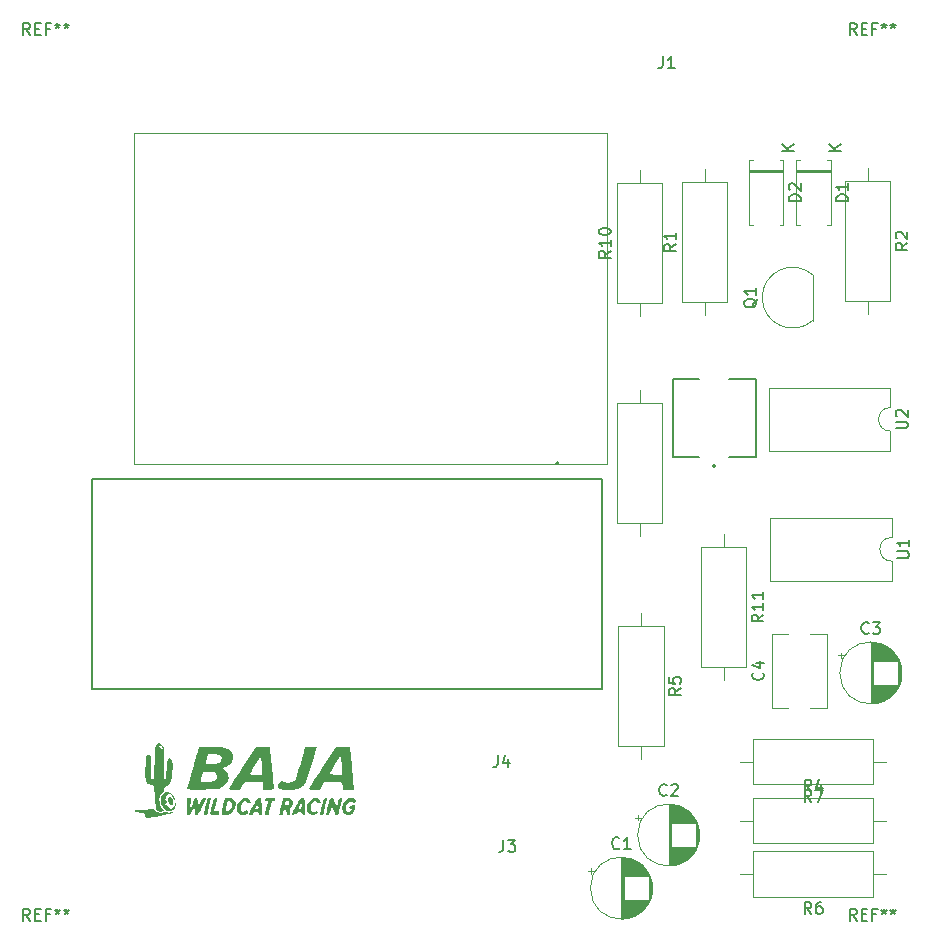
<source format=gbr>
%TF.GenerationSoftware,KiCad,Pcbnew,8.0.6*%
%TF.CreationDate,2025-02-01T10:41:25-07:00*%
%TF.ProjectId,Tachometerkicad,54616368-6f6d-4657-9465-726b69636164,rev?*%
%TF.SameCoordinates,Original*%
%TF.FileFunction,Legend,Top*%
%TF.FilePolarity,Positive*%
%FSLAX46Y46*%
G04 Gerber Fmt 4.6, Leading zero omitted, Abs format (unit mm)*
G04 Created by KiCad (PCBNEW 8.0.6) date 2025-02-01 10:41:25*
%MOMM*%
%LPD*%
G01*
G04 APERTURE LIST*
%ADD10C,0.150000*%
%ADD11C,0.120000*%
%ADD12C,0.127000*%
%ADD13C,0.200000*%
%ADD14C,0.000000*%
%ADD15C,0.100000*%
G04 APERTURE END LIST*
D10*
X88583333Y-110109580D02*
X88535714Y-110157200D01*
X88535714Y-110157200D02*
X88392857Y-110204819D01*
X88392857Y-110204819D02*
X88297619Y-110204819D01*
X88297619Y-110204819D02*
X88154762Y-110157200D01*
X88154762Y-110157200D02*
X88059524Y-110061961D01*
X88059524Y-110061961D02*
X88011905Y-109966723D01*
X88011905Y-109966723D02*
X87964286Y-109776247D01*
X87964286Y-109776247D02*
X87964286Y-109633390D01*
X87964286Y-109633390D02*
X88011905Y-109442914D01*
X88011905Y-109442914D02*
X88059524Y-109347676D01*
X88059524Y-109347676D02*
X88154762Y-109252438D01*
X88154762Y-109252438D02*
X88297619Y-109204819D01*
X88297619Y-109204819D02*
X88392857Y-109204819D01*
X88392857Y-109204819D02*
X88535714Y-109252438D01*
X88535714Y-109252438D02*
X88583333Y-109300057D01*
X89535714Y-110204819D02*
X88964286Y-110204819D01*
X89250000Y-110204819D02*
X89250000Y-109204819D01*
X89250000Y-109204819D02*
X89154762Y-109347676D01*
X89154762Y-109347676D02*
X89059524Y-109442914D01*
X89059524Y-109442914D02*
X88964286Y-109490533D01*
X104833333Y-115674819D02*
X104500000Y-115198628D01*
X104261905Y-115674819D02*
X104261905Y-114674819D01*
X104261905Y-114674819D02*
X104642857Y-114674819D01*
X104642857Y-114674819D02*
X104738095Y-114722438D01*
X104738095Y-114722438D02*
X104785714Y-114770057D01*
X104785714Y-114770057D02*
X104833333Y-114865295D01*
X104833333Y-114865295D02*
X104833333Y-115008152D01*
X104833333Y-115008152D02*
X104785714Y-115103390D01*
X104785714Y-115103390D02*
X104738095Y-115151009D01*
X104738095Y-115151009D02*
X104642857Y-115198628D01*
X104642857Y-115198628D02*
X104261905Y-115198628D01*
X105690476Y-114674819D02*
X105500000Y-114674819D01*
X105500000Y-114674819D02*
X105404762Y-114722438D01*
X105404762Y-114722438D02*
X105357143Y-114770057D01*
X105357143Y-114770057D02*
X105261905Y-114912914D01*
X105261905Y-114912914D02*
X105214286Y-115103390D01*
X105214286Y-115103390D02*
X105214286Y-115484342D01*
X105214286Y-115484342D02*
X105261905Y-115579580D01*
X105261905Y-115579580D02*
X105309524Y-115627200D01*
X105309524Y-115627200D02*
X105404762Y-115674819D01*
X105404762Y-115674819D02*
X105595238Y-115674819D01*
X105595238Y-115674819D02*
X105690476Y-115627200D01*
X105690476Y-115627200D02*
X105738095Y-115579580D01*
X105738095Y-115579580D02*
X105785714Y-115484342D01*
X105785714Y-115484342D02*
X105785714Y-115246247D01*
X105785714Y-115246247D02*
X105738095Y-115151009D01*
X105738095Y-115151009D02*
X105690476Y-115103390D01*
X105690476Y-115103390D02*
X105595238Y-115055771D01*
X105595238Y-115055771D02*
X105404762Y-115055771D01*
X105404762Y-115055771D02*
X105309524Y-115103390D01*
X105309524Y-115103390D02*
X105261905Y-115151009D01*
X105261905Y-115151009D02*
X105214286Y-115246247D01*
X100240057Y-63605238D02*
X100192438Y-63700476D01*
X100192438Y-63700476D02*
X100097200Y-63795714D01*
X100097200Y-63795714D02*
X99954342Y-63938571D01*
X99954342Y-63938571D02*
X99906723Y-64033809D01*
X99906723Y-64033809D02*
X99906723Y-64129047D01*
X100144819Y-64081428D02*
X100097200Y-64176666D01*
X100097200Y-64176666D02*
X100001961Y-64271904D01*
X100001961Y-64271904D02*
X99811485Y-64319523D01*
X99811485Y-64319523D02*
X99478152Y-64319523D01*
X99478152Y-64319523D02*
X99287676Y-64271904D01*
X99287676Y-64271904D02*
X99192438Y-64176666D01*
X99192438Y-64176666D02*
X99144819Y-64081428D01*
X99144819Y-64081428D02*
X99144819Y-63890952D01*
X99144819Y-63890952D02*
X99192438Y-63795714D01*
X99192438Y-63795714D02*
X99287676Y-63700476D01*
X99287676Y-63700476D02*
X99478152Y-63652857D01*
X99478152Y-63652857D02*
X99811485Y-63652857D01*
X99811485Y-63652857D02*
X100001961Y-63700476D01*
X100001961Y-63700476D02*
X100097200Y-63795714D01*
X100097200Y-63795714D02*
X100144819Y-63890952D01*
X100144819Y-63890952D02*
X100144819Y-64081428D01*
X100144819Y-62700476D02*
X100144819Y-63271904D01*
X100144819Y-62986190D02*
X99144819Y-62986190D01*
X99144819Y-62986190D02*
X99287676Y-63081428D01*
X99287676Y-63081428D02*
X99382914Y-63176666D01*
X99382914Y-63176666D02*
X99430533Y-63271904D01*
X108666666Y-41254819D02*
X108333333Y-40778628D01*
X108095238Y-41254819D02*
X108095238Y-40254819D01*
X108095238Y-40254819D02*
X108476190Y-40254819D01*
X108476190Y-40254819D02*
X108571428Y-40302438D01*
X108571428Y-40302438D02*
X108619047Y-40350057D01*
X108619047Y-40350057D02*
X108666666Y-40445295D01*
X108666666Y-40445295D02*
X108666666Y-40588152D01*
X108666666Y-40588152D02*
X108619047Y-40683390D01*
X108619047Y-40683390D02*
X108571428Y-40731009D01*
X108571428Y-40731009D02*
X108476190Y-40778628D01*
X108476190Y-40778628D02*
X108095238Y-40778628D01*
X109095238Y-40731009D02*
X109428571Y-40731009D01*
X109571428Y-41254819D02*
X109095238Y-41254819D01*
X109095238Y-41254819D02*
X109095238Y-40254819D01*
X109095238Y-40254819D02*
X109571428Y-40254819D01*
X110333333Y-40731009D02*
X110000000Y-40731009D01*
X110000000Y-41254819D02*
X110000000Y-40254819D01*
X110000000Y-40254819D02*
X110476190Y-40254819D01*
X111000000Y-40254819D02*
X111000000Y-40492914D01*
X110761905Y-40397676D02*
X111000000Y-40492914D01*
X111000000Y-40492914D02*
X111238095Y-40397676D01*
X110857143Y-40683390D02*
X111000000Y-40492914D01*
X111000000Y-40492914D02*
X111142857Y-40683390D01*
X111761905Y-40254819D02*
X111761905Y-40492914D01*
X111523810Y-40397676D02*
X111761905Y-40492914D01*
X111761905Y-40492914D02*
X112000000Y-40397676D01*
X111619048Y-40683390D02*
X111761905Y-40492914D01*
X111761905Y-40492914D02*
X111904762Y-40683390D01*
X109698221Y-91889580D02*
X109650602Y-91937200D01*
X109650602Y-91937200D02*
X109507745Y-91984819D01*
X109507745Y-91984819D02*
X109412507Y-91984819D01*
X109412507Y-91984819D02*
X109269650Y-91937200D01*
X109269650Y-91937200D02*
X109174412Y-91841961D01*
X109174412Y-91841961D02*
X109126793Y-91746723D01*
X109126793Y-91746723D02*
X109079174Y-91556247D01*
X109079174Y-91556247D02*
X109079174Y-91413390D01*
X109079174Y-91413390D02*
X109126793Y-91222914D01*
X109126793Y-91222914D02*
X109174412Y-91127676D01*
X109174412Y-91127676D02*
X109269650Y-91032438D01*
X109269650Y-91032438D02*
X109412507Y-90984819D01*
X109412507Y-90984819D02*
X109507745Y-90984819D01*
X109507745Y-90984819D02*
X109650602Y-91032438D01*
X109650602Y-91032438D02*
X109698221Y-91080057D01*
X110031555Y-90984819D02*
X110650602Y-90984819D01*
X110650602Y-90984819D02*
X110317269Y-91365771D01*
X110317269Y-91365771D02*
X110460126Y-91365771D01*
X110460126Y-91365771D02*
X110555364Y-91413390D01*
X110555364Y-91413390D02*
X110602983Y-91461009D01*
X110602983Y-91461009D02*
X110650602Y-91556247D01*
X110650602Y-91556247D02*
X110650602Y-91794342D01*
X110650602Y-91794342D02*
X110602983Y-91889580D01*
X110602983Y-91889580D02*
X110555364Y-91937200D01*
X110555364Y-91937200D02*
X110460126Y-91984819D01*
X110460126Y-91984819D02*
X110174412Y-91984819D01*
X110174412Y-91984819D02*
X110079174Y-91937200D01*
X110079174Y-91937200D02*
X110031555Y-91889580D01*
X87834819Y-59542857D02*
X87358628Y-59876190D01*
X87834819Y-60114285D02*
X86834819Y-60114285D01*
X86834819Y-60114285D02*
X86834819Y-59733333D01*
X86834819Y-59733333D02*
X86882438Y-59638095D01*
X86882438Y-59638095D02*
X86930057Y-59590476D01*
X86930057Y-59590476D02*
X87025295Y-59542857D01*
X87025295Y-59542857D02*
X87168152Y-59542857D01*
X87168152Y-59542857D02*
X87263390Y-59590476D01*
X87263390Y-59590476D02*
X87311009Y-59638095D01*
X87311009Y-59638095D02*
X87358628Y-59733333D01*
X87358628Y-59733333D02*
X87358628Y-60114285D01*
X87834819Y-58590476D02*
X87834819Y-59161904D01*
X87834819Y-58876190D02*
X86834819Y-58876190D01*
X86834819Y-58876190D02*
X86977676Y-58971428D01*
X86977676Y-58971428D02*
X87072914Y-59066666D01*
X87072914Y-59066666D02*
X87120533Y-59161904D01*
X86834819Y-57971428D02*
X86834819Y-57876190D01*
X86834819Y-57876190D02*
X86882438Y-57780952D01*
X86882438Y-57780952D02*
X86930057Y-57733333D01*
X86930057Y-57733333D02*
X87025295Y-57685714D01*
X87025295Y-57685714D02*
X87215771Y-57638095D01*
X87215771Y-57638095D02*
X87453866Y-57638095D01*
X87453866Y-57638095D02*
X87644342Y-57685714D01*
X87644342Y-57685714D02*
X87739580Y-57733333D01*
X87739580Y-57733333D02*
X87787200Y-57780952D01*
X87787200Y-57780952D02*
X87834819Y-57876190D01*
X87834819Y-57876190D02*
X87834819Y-57971428D01*
X87834819Y-57971428D02*
X87787200Y-58066666D01*
X87787200Y-58066666D02*
X87739580Y-58114285D01*
X87739580Y-58114285D02*
X87644342Y-58161904D01*
X87644342Y-58161904D02*
X87453866Y-58209523D01*
X87453866Y-58209523D02*
X87215771Y-58209523D01*
X87215771Y-58209523D02*
X87025295Y-58161904D01*
X87025295Y-58161904D02*
X86930057Y-58114285D01*
X86930057Y-58114285D02*
X86882438Y-58066666D01*
X86882438Y-58066666D02*
X86834819Y-57971428D01*
X100774819Y-90342857D02*
X100298628Y-90676190D01*
X100774819Y-90914285D02*
X99774819Y-90914285D01*
X99774819Y-90914285D02*
X99774819Y-90533333D01*
X99774819Y-90533333D02*
X99822438Y-90438095D01*
X99822438Y-90438095D02*
X99870057Y-90390476D01*
X99870057Y-90390476D02*
X99965295Y-90342857D01*
X99965295Y-90342857D02*
X100108152Y-90342857D01*
X100108152Y-90342857D02*
X100203390Y-90390476D01*
X100203390Y-90390476D02*
X100251009Y-90438095D01*
X100251009Y-90438095D02*
X100298628Y-90533333D01*
X100298628Y-90533333D02*
X100298628Y-90914285D01*
X100774819Y-89390476D02*
X100774819Y-89961904D01*
X100774819Y-89676190D02*
X99774819Y-89676190D01*
X99774819Y-89676190D02*
X99917676Y-89771428D01*
X99917676Y-89771428D02*
X100012914Y-89866666D01*
X100012914Y-89866666D02*
X100060533Y-89961904D01*
X100774819Y-88438095D02*
X100774819Y-89009523D01*
X100774819Y-88723809D02*
X99774819Y-88723809D01*
X99774819Y-88723809D02*
X99917676Y-88819047D01*
X99917676Y-88819047D02*
X100012914Y-88914285D01*
X100012914Y-88914285D02*
X100060533Y-89009523D01*
X78266666Y-102254819D02*
X78266666Y-102969104D01*
X78266666Y-102969104D02*
X78219047Y-103111961D01*
X78219047Y-103111961D02*
X78123809Y-103207200D01*
X78123809Y-103207200D02*
X77980952Y-103254819D01*
X77980952Y-103254819D02*
X77885714Y-103254819D01*
X79171428Y-102588152D02*
X79171428Y-103254819D01*
X78933333Y-102207200D02*
X78695238Y-102921485D01*
X78695238Y-102921485D02*
X79314285Y-102921485D01*
X93334819Y-58966666D02*
X92858628Y-59299999D01*
X93334819Y-59538094D02*
X92334819Y-59538094D01*
X92334819Y-59538094D02*
X92334819Y-59157142D01*
X92334819Y-59157142D02*
X92382438Y-59061904D01*
X92382438Y-59061904D02*
X92430057Y-59014285D01*
X92430057Y-59014285D02*
X92525295Y-58966666D01*
X92525295Y-58966666D02*
X92668152Y-58966666D01*
X92668152Y-58966666D02*
X92763390Y-59014285D01*
X92763390Y-59014285D02*
X92811009Y-59061904D01*
X92811009Y-59061904D02*
X92858628Y-59157142D01*
X92858628Y-59157142D02*
X92858628Y-59538094D01*
X93334819Y-58014285D02*
X93334819Y-58585713D01*
X93334819Y-58299999D02*
X92334819Y-58299999D01*
X92334819Y-58299999D02*
X92477676Y-58395237D01*
X92477676Y-58395237D02*
X92572914Y-58490475D01*
X92572914Y-58490475D02*
X92620533Y-58585713D01*
X104833333Y-106174819D02*
X104500000Y-105698628D01*
X104261905Y-106174819D02*
X104261905Y-105174819D01*
X104261905Y-105174819D02*
X104642857Y-105174819D01*
X104642857Y-105174819D02*
X104738095Y-105222438D01*
X104738095Y-105222438D02*
X104785714Y-105270057D01*
X104785714Y-105270057D02*
X104833333Y-105365295D01*
X104833333Y-105365295D02*
X104833333Y-105508152D01*
X104833333Y-105508152D02*
X104785714Y-105603390D01*
X104785714Y-105603390D02*
X104738095Y-105651009D01*
X104738095Y-105651009D02*
X104642857Y-105698628D01*
X104642857Y-105698628D02*
X104261905Y-105698628D01*
X105166667Y-105174819D02*
X105833333Y-105174819D01*
X105833333Y-105174819D02*
X105404762Y-106174819D01*
X103924819Y-55343094D02*
X102924819Y-55343094D01*
X102924819Y-55343094D02*
X102924819Y-55104999D01*
X102924819Y-55104999D02*
X102972438Y-54962142D01*
X102972438Y-54962142D02*
X103067676Y-54866904D01*
X103067676Y-54866904D02*
X103162914Y-54819285D01*
X103162914Y-54819285D02*
X103353390Y-54771666D01*
X103353390Y-54771666D02*
X103496247Y-54771666D01*
X103496247Y-54771666D02*
X103686723Y-54819285D01*
X103686723Y-54819285D02*
X103781961Y-54866904D01*
X103781961Y-54866904D02*
X103877200Y-54962142D01*
X103877200Y-54962142D02*
X103924819Y-55104999D01*
X103924819Y-55104999D02*
X103924819Y-55343094D01*
X103020057Y-54390713D02*
X102972438Y-54343094D01*
X102972438Y-54343094D02*
X102924819Y-54247856D01*
X102924819Y-54247856D02*
X102924819Y-54009761D01*
X102924819Y-54009761D02*
X102972438Y-53914523D01*
X102972438Y-53914523D02*
X103020057Y-53866904D01*
X103020057Y-53866904D02*
X103115295Y-53819285D01*
X103115295Y-53819285D02*
X103210533Y-53819285D01*
X103210533Y-53819285D02*
X103353390Y-53866904D01*
X103353390Y-53866904D02*
X103924819Y-54438332D01*
X103924819Y-54438332D02*
X103924819Y-53819285D01*
X103354819Y-51056904D02*
X102354819Y-51056904D01*
X103354819Y-50485476D02*
X102783390Y-50914047D01*
X102354819Y-50485476D02*
X102926247Y-51056904D01*
X112974819Y-58866666D02*
X112498628Y-59199999D01*
X112974819Y-59438094D02*
X111974819Y-59438094D01*
X111974819Y-59438094D02*
X111974819Y-59057142D01*
X111974819Y-59057142D02*
X112022438Y-58961904D01*
X112022438Y-58961904D02*
X112070057Y-58914285D01*
X112070057Y-58914285D02*
X112165295Y-58866666D01*
X112165295Y-58866666D02*
X112308152Y-58866666D01*
X112308152Y-58866666D02*
X112403390Y-58914285D01*
X112403390Y-58914285D02*
X112451009Y-58961904D01*
X112451009Y-58961904D02*
X112498628Y-59057142D01*
X112498628Y-59057142D02*
X112498628Y-59438094D01*
X112070057Y-58485713D02*
X112022438Y-58438094D01*
X112022438Y-58438094D02*
X111974819Y-58342856D01*
X111974819Y-58342856D02*
X111974819Y-58104761D01*
X111974819Y-58104761D02*
X112022438Y-58009523D01*
X112022438Y-58009523D02*
X112070057Y-57961904D01*
X112070057Y-57961904D02*
X112165295Y-57914285D01*
X112165295Y-57914285D02*
X112260533Y-57914285D01*
X112260533Y-57914285D02*
X112403390Y-57961904D01*
X112403390Y-57961904D02*
X112974819Y-58533332D01*
X112974819Y-58533332D02*
X112974819Y-57914285D01*
X112084819Y-85571904D02*
X112894342Y-85571904D01*
X112894342Y-85571904D02*
X112989580Y-85524285D01*
X112989580Y-85524285D02*
X113037200Y-85476666D01*
X113037200Y-85476666D02*
X113084819Y-85381428D01*
X113084819Y-85381428D02*
X113084819Y-85190952D01*
X113084819Y-85190952D02*
X113037200Y-85095714D01*
X113037200Y-85095714D02*
X112989580Y-85048095D01*
X112989580Y-85048095D02*
X112894342Y-85000476D01*
X112894342Y-85000476D02*
X112084819Y-85000476D01*
X113084819Y-84000476D02*
X113084819Y-84571904D01*
X113084819Y-84286190D02*
X112084819Y-84286190D01*
X112084819Y-84286190D02*
X112227676Y-84381428D01*
X112227676Y-84381428D02*
X112322914Y-84476666D01*
X112322914Y-84476666D02*
X112370533Y-84571904D01*
X78766666Y-109424819D02*
X78766666Y-110139104D01*
X78766666Y-110139104D02*
X78719047Y-110281961D01*
X78719047Y-110281961D02*
X78623809Y-110377200D01*
X78623809Y-110377200D02*
X78480952Y-110424819D01*
X78480952Y-110424819D02*
X78385714Y-110424819D01*
X79147619Y-109424819D02*
X79766666Y-109424819D01*
X79766666Y-109424819D02*
X79433333Y-109805771D01*
X79433333Y-109805771D02*
X79576190Y-109805771D01*
X79576190Y-109805771D02*
X79671428Y-109853390D01*
X79671428Y-109853390D02*
X79719047Y-109901009D01*
X79719047Y-109901009D02*
X79766666Y-109996247D01*
X79766666Y-109996247D02*
X79766666Y-110234342D01*
X79766666Y-110234342D02*
X79719047Y-110329580D01*
X79719047Y-110329580D02*
X79671428Y-110377200D01*
X79671428Y-110377200D02*
X79576190Y-110424819D01*
X79576190Y-110424819D02*
X79290476Y-110424819D01*
X79290476Y-110424819D02*
X79195238Y-110377200D01*
X79195238Y-110377200D02*
X79147619Y-110329580D01*
X38666666Y-116254819D02*
X38333333Y-115778628D01*
X38095238Y-116254819D02*
X38095238Y-115254819D01*
X38095238Y-115254819D02*
X38476190Y-115254819D01*
X38476190Y-115254819D02*
X38571428Y-115302438D01*
X38571428Y-115302438D02*
X38619047Y-115350057D01*
X38619047Y-115350057D02*
X38666666Y-115445295D01*
X38666666Y-115445295D02*
X38666666Y-115588152D01*
X38666666Y-115588152D02*
X38619047Y-115683390D01*
X38619047Y-115683390D02*
X38571428Y-115731009D01*
X38571428Y-115731009D02*
X38476190Y-115778628D01*
X38476190Y-115778628D02*
X38095238Y-115778628D01*
X39095238Y-115731009D02*
X39428571Y-115731009D01*
X39571428Y-116254819D02*
X39095238Y-116254819D01*
X39095238Y-116254819D02*
X39095238Y-115254819D01*
X39095238Y-115254819D02*
X39571428Y-115254819D01*
X40333333Y-115731009D02*
X40000000Y-115731009D01*
X40000000Y-116254819D02*
X40000000Y-115254819D01*
X40000000Y-115254819D02*
X40476190Y-115254819D01*
X41000000Y-115254819D02*
X41000000Y-115492914D01*
X40761905Y-115397676D02*
X41000000Y-115492914D01*
X41000000Y-115492914D02*
X41238095Y-115397676D01*
X40857143Y-115683390D02*
X41000000Y-115492914D01*
X41000000Y-115492914D02*
X41142857Y-115683390D01*
X41761905Y-115254819D02*
X41761905Y-115492914D01*
X41523810Y-115397676D02*
X41761905Y-115492914D01*
X41761905Y-115492914D02*
X42000000Y-115397676D01*
X41619048Y-115683390D02*
X41761905Y-115492914D01*
X41761905Y-115492914D02*
X41904762Y-115683390D01*
X92266666Y-43084819D02*
X92266666Y-43799104D01*
X92266666Y-43799104D02*
X92219047Y-43941961D01*
X92219047Y-43941961D02*
X92123809Y-44037200D01*
X92123809Y-44037200D02*
X91980952Y-44084819D01*
X91980952Y-44084819D02*
X91885714Y-44084819D01*
X93266666Y-44084819D02*
X92695238Y-44084819D01*
X92980952Y-44084819D02*
X92980952Y-43084819D01*
X92980952Y-43084819D02*
X92885714Y-43227676D01*
X92885714Y-43227676D02*
X92790476Y-43322914D01*
X92790476Y-43322914D02*
X92695238Y-43370533D01*
X104833333Y-105334819D02*
X104500000Y-104858628D01*
X104261905Y-105334819D02*
X104261905Y-104334819D01*
X104261905Y-104334819D02*
X104642857Y-104334819D01*
X104642857Y-104334819D02*
X104738095Y-104382438D01*
X104738095Y-104382438D02*
X104785714Y-104430057D01*
X104785714Y-104430057D02*
X104833333Y-104525295D01*
X104833333Y-104525295D02*
X104833333Y-104668152D01*
X104833333Y-104668152D02*
X104785714Y-104763390D01*
X104785714Y-104763390D02*
X104738095Y-104811009D01*
X104738095Y-104811009D02*
X104642857Y-104858628D01*
X104642857Y-104858628D02*
X104261905Y-104858628D01*
X105690476Y-104668152D02*
X105690476Y-105334819D01*
X105452381Y-104287200D02*
X105214286Y-105001485D01*
X105214286Y-105001485D02*
X105833333Y-105001485D01*
X38666666Y-41254819D02*
X38333333Y-40778628D01*
X38095238Y-41254819D02*
X38095238Y-40254819D01*
X38095238Y-40254819D02*
X38476190Y-40254819D01*
X38476190Y-40254819D02*
X38571428Y-40302438D01*
X38571428Y-40302438D02*
X38619047Y-40350057D01*
X38619047Y-40350057D02*
X38666666Y-40445295D01*
X38666666Y-40445295D02*
X38666666Y-40588152D01*
X38666666Y-40588152D02*
X38619047Y-40683390D01*
X38619047Y-40683390D02*
X38571428Y-40731009D01*
X38571428Y-40731009D02*
X38476190Y-40778628D01*
X38476190Y-40778628D02*
X38095238Y-40778628D01*
X39095238Y-40731009D02*
X39428571Y-40731009D01*
X39571428Y-41254819D02*
X39095238Y-41254819D01*
X39095238Y-41254819D02*
X39095238Y-40254819D01*
X39095238Y-40254819D02*
X39571428Y-40254819D01*
X40333333Y-40731009D02*
X40000000Y-40731009D01*
X40000000Y-41254819D02*
X40000000Y-40254819D01*
X40000000Y-40254819D02*
X40476190Y-40254819D01*
X41000000Y-40254819D02*
X41000000Y-40492914D01*
X40761905Y-40397676D02*
X41000000Y-40492914D01*
X41000000Y-40492914D02*
X41238095Y-40397676D01*
X40857143Y-40683390D02*
X41000000Y-40492914D01*
X41000000Y-40492914D02*
X41142857Y-40683390D01*
X41761905Y-40254819D02*
X41761905Y-40492914D01*
X41523810Y-40397676D02*
X41761905Y-40492914D01*
X41761905Y-40492914D02*
X42000000Y-40397676D01*
X41619048Y-40683390D02*
X41761905Y-40492914D01*
X41761905Y-40492914D02*
X41904762Y-40683390D01*
X100729580Y-95266666D02*
X100777200Y-95314285D01*
X100777200Y-95314285D02*
X100824819Y-95457142D01*
X100824819Y-95457142D02*
X100824819Y-95552380D01*
X100824819Y-95552380D02*
X100777200Y-95695237D01*
X100777200Y-95695237D02*
X100681961Y-95790475D01*
X100681961Y-95790475D02*
X100586723Y-95838094D01*
X100586723Y-95838094D02*
X100396247Y-95885713D01*
X100396247Y-95885713D02*
X100253390Y-95885713D01*
X100253390Y-95885713D02*
X100062914Y-95838094D01*
X100062914Y-95838094D02*
X99967676Y-95790475D01*
X99967676Y-95790475D02*
X99872438Y-95695237D01*
X99872438Y-95695237D02*
X99824819Y-95552380D01*
X99824819Y-95552380D02*
X99824819Y-95457142D01*
X99824819Y-95457142D02*
X99872438Y-95314285D01*
X99872438Y-95314285D02*
X99920057Y-95266666D01*
X100158152Y-94409523D02*
X100824819Y-94409523D01*
X99777200Y-94647618D02*
X100491485Y-94885713D01*
X100491485Y-94885713D02*
X100491485Y-94266666D01*
X111984819Y-74571904D02*
X112794342Y-74571904D01*
X112794342Y-74571904D02*
X112889580Y-74524285D01*
X112889580Y-74524285D02*
X112937200Y-74476666D01*
X112937200Y-74476666D02*
X112984819Y-74381428D01*
X112984819Y-74381428D02*
X112984819Y-74190952D01*
X112984819Y-74190952D02*
X112937200Y-74095714D01*
X112937200Y-74095714D02*
X112889580Y-74048095D01*
X112889580Y-74048095D02*
X112794342Y-74000476D01*
X112794342Y-74000476D02*
X111984819Y-74000476D01*
X112080057Y-73571904D02*
X112032438Y-73524285D01*
X112032438Y-73524285D02*
X111984819Y-73429047D01*
X111984819Y-73429047D02*
X111984819Y-73190952D01*
X111984819Y-73190952D02*
X112032438Y-73095714D01*
X112032438Y-73095714D02*
X112080057Y-73048095D01*
X112080057Y-73048095D02*
X112175295Y-73000476D01*
X112175295Y-73000476D02*
X112270533Y-73000476D01*
X112270533Y-73000476D02*
X112413390Y-73048095D01*
X112413390Y-73048095D02*
X112984819Y-73619523D01*
X112984819Y-73619523D02*
X112984819Y-73000476D01*
X92583333Y-105609580D02*
X92535714Y-105657200D01*
X92535714Y-105657200D02*
X92392857Y-105704819D01*
X92392857Y-105704819D02*
X92297619Y-105704819D01*
X92297619Y-105704819D02*
X92154762Y-105657200D01*
X92154762Y-105657200D02*
X92059524Y-105561961D01*
X92059524Y-105561961D02*
X92011905Y-105466723D01*
X92011905Y-105466723D02*
X91964286Y-105276247D01*
X91964286Y-105276247D02*
X91964286Y-105133390D01*
X91964286Y-105133390D02*
X92011905Y-104942914D01*
X92011905Y-104942914D02*
X92059524Y-104847676D01*
X92059524Y-104847676D02*
X92154762Y-104752438D01*
X92154762Y-104752438D02*
X92297619Y-104704819D01*
X92297619Y-104704819D02*
X92392857Y-104704819D01*
X92392857Y-104704819D02*
X92535714Y-104752438D01*
X92535714Y-104752438D02*
X92583333Y-104800057D01*
X92964286Y-104800057D02*
X93011905Y-104752438D01*
X93011905Y-104752438D02*
X93107143Y-104704819D01*
X93107143Y-104704819D02*
X93345238Y-104704819D01*
X93345238Y-104704819D02*
X93440476Y-104752438D01*
X93440476Y-104752438D02*
X93488095Y-104800057D01*
X93488095Y-104800057D02*
X93535714Y-104895295D01*
X93535714Y-104895295D02*
X93535714Y-104990533D01*
X93535714Y-104990533D02*
X93488095Y-105133390D01*
X93488095Y-105133390D02*
X92916667Y-105704819D01*
X92916667Y-105704819D02*
X93535714Y-105704819D01*
X93774819Y-96566666D02*
X93298628Y-96899999D01*
X93774819Y-97138094D02*
X92774819Y-97138094D01*
X92774819Y-97138094D02*
X92774819Y-96757142D01*
X92774819Y-96757142D02*
X92822438Y-96661904D01*
X92822438Y-96661904D02*
X92870057Y-96614285D01*
X92870057Y-96614285D02*
X92965295Y-96566666D01*
X92965295Y-96566666D02*
X93108152Y-96566666D01*
X93108152Y-96566666D02*
X93203390Y-96614285D01*
X93203390Y-96614285D02*
X93251009Y-96661904D01*
X93251009Y-96661904D02*
X93298628Y-96757142D01*
X93298628Y-96757142D02*
X93298628Y-97138094D01*
X92774819Y-95661904D02*
X92774819Y-96138094D01*
X92774819Y-96138094D02*
X93251009Y-96185713D01*
X93251009Y-96185713D02*
X93203390Y-96138094D01*
X93203390Y-96138094D02*
X93155771Y-96042856D01*
X93155771Y-96042856D02*
X93155771Y-95804761D01*
X93155771Y-95804761D02*
X93203390Y-95709523D01*
X93203390Y-95709523D02*
X93251009Y-95661904D01*
X93251009Y-95661904D02*
X93346247Y-95614285D01*
X93346247Y-95614285D02*
X93584342Y-95614285D01*
X93584342Y-95614285D02*
X93679580Y-95661904D01*
X93679580Y-95661904D02*
X93727200Y-95709523D01*
X93727200Y-95709523D02*
X93774819Y-95804761D01*
X93774819Y-95804761D02*
X93774819Y-96042856D01*
X93774819Y-96042856D02*
X93727200Y-96138094D01*
X93727200Y-96138094D02*
X93679580Y-96185713D01*
X108666666Y-116254819D02*
X108333333Y-115778628D01*
X108095238Y-116254819D02*
X108095238Y-115254819D01*
X108095238Y-115254819D02*
X108476190Y-115254819D01*
X108476190Y-115254819D02*
X108571428Y-115302438D01*
X108571428Y-115302438D02*
X108619047Y-115350057D01*
X108619047Y-115350057D02*
X108666666Y-115445295D01*
X108666666Y-115445295D02*
X108666666Y-115588152D01*
X108666666Y-115588152D02*
X108619047Y-115683390D01*
X108619047Y-115683390D02*
X108571428Y-115731009D01*
X108571428Y-115731009D02*
X108476190Y-115778628D01*
X108476190Y-115778628D02*
X108095238Y-115778628D01*
X109095238Y-115731009D02*
X109428571Y-115731009D01*
X109571428Y-116254819D02*
X109095238Y-116254819D01*
X109095238Y-116254819D02*
X109095238Y-115254819D01*
X109095238Y-115254819D02*
X109571428Y-115254819D01*
X110333333Y-115731009D02*
X110000000Y-115731009D01*
X110000000Y-116254819D02*
X110000000Y-115254819D01*
X110000000Y-115254819D02*
X110476190Y-115254819D01*
X111000000Y-115254819D02*
X111000000Y-115492914D01*
X110761905Y-115397676D02*
X111000000Y-115492914D01*
X111000000Y-115492914D02*
X111238095Y-115397676D01*
X110857143Y-115683390D02*
X111000000Y-115492914D01*
X111000000Y-115492914D02*
X111142857Y-115683390D01*
X111761905Y-115254819D02*
X111761905Y-115492914D01*
X111523810Y-115397676D02*
X111761905Y-115492914D01*
X111761905Y-115492914D02*
X112000000Y-115397676D01*
X111619048Y-115683390D02*
X111761905Y-115492914D01*
X111761905Y-115492914D02*
X111904762Y-115683390D01*
X107924819Y-55338094D02*
X106924819Y-55338094D01*
X106924819Y-55338094D02*
X106924819Y-55099999D01*
X106924819Y-55099999D02*
X106972438Y-54957142D01*
X106972438Y-54957142D02*
X107067676Y-54861904D01*
X107067676Y-54861904D02*
X107162914Y-54814285D01*
X107162914Y-54814285D02*
X107353390Y-54766666D01*
X107353390Y-54766666D02*
X107496247Y-54766666D01*
X107496247Y-54766666D02*
X107686723Y-54814285D01*
X107686723Y-54814285D02*
X107781961Y-54861904D01*
X107781961Y-54861904D02*
X107877200Y-54957142D01*
X107877200Y-54957142D02*
X107924819Y-55099999D01*
X107924819Y-55099999D02*
X107924819Y-55338094D01*
X107924819Y-53814285D02*
X107924819Y-54385713D01*
X107924819Y-54099999D02*
X106924819Y-54099999D01*
X106924819Y-54099999D02*
X107067676Y-54195237D01*
X107067676Y-54195237D02*
X107162914Y-54290475D01*
X107162914Y-54290475D02*
X107210533Y-54385713D01*
X107354819Y-51051904D02*
X106354819Y-51051904D01*
X107354819Y-50480476D02*
X106783390Y-50909047D01*
X106354819Y-50480476D02*
X106926247Y-51051904D01*
D11*
%TO.C,C1*%
X85945225Y-112025000D02*
X86445225Y-112025000D01*
X86195225Y-111775000D02*
X86195225Y-112275000D01*
X88750000Y-110920000D02*
X88750000Y-116080000D01*
X88790000Y-110920000D02*
X88790000Y-116080000D01*
X88830000Y-110921000D02*
X88830000Y-116079000D01*
X88870000Y-110922000D02*
X88870000Y-116078000D01*
X88910000Y-110924000D02*
X88910000Y-116076000D01*
X88950000Y-110927000D02*
X88950000Y-116073000D01*
X88990000Y-110931000D02*
X88990000Y-112460000D01*
X88990000Y-114540000D02*
X88990000Y-116069000D01*
X89030000Y-110935000D02*
X89030000Y-112460000D01*
X89030000Y-114540000D02*
X89030000Y-116065000D01*
X89070000Y-110939000D02*
X89070000Y-112460000D01*
X89070000Y-114540000D02*
X89070000Y-116061000D01*
X89110000Y-110944000D02*
X89110000Y-112460000D01*
X89110000Y-114540000D02*
X89110000Y-116056000D01*
X89150000Y-110950000D02*
X89150000Y-112460000D01*
X89150000Y-114540000D02*
X89150000Y-116050000D01*
X89190000Y-110957000D02*
X89190000Y-112460000D01*
X89190000Y-114540000D02*
X89190000Y-116043000D01*
X89230000Y-110964000D02*
X89230000Y-112460000D01*
X89230000Y-114540000D02*
X89230000Y-116036000D01*
X89270000Y-110972000D02*
X89270000Y-112460000D01*
X89270000Y-114540000D02*
X89270000Y-116028000D01*
X89310000Y-110980000D02*
X89310000Y-112460000D01*
X89310000Y-114540000D02*
X89310000Y-116020000D01*
X89350000Y-110989000D02*
X89350000Y-112460000D01*
X89350000Y-114540000D02*
X89350000Y-116011000D01*
X89390000Y-110999000D02*
X89390000Y-112460000D01*
X89390000Y-114540000D02*
X89390000Y-116001000D01*
X89430000Y-111009000D02*
X89430000Y-112460000D01*
X89430000Y-114540000D02*
X89430000Y-115991000D01*
X89471000Y-111020000D02*
X89471000Y-112460000D01*
X89471000Y-114540000D02*
X89471000Y-115980000D01*
X89511000Y-111032000D02*
X89511000Y-112460000D01*
X89511000Y-114540000D02*
X89511000Y-115968000D01*
X89551000Y-111045000D02*
X89551000Y-112460000D01*
X89551000Y-114540000D02*
X89551000Y-115955000D01*
X89591000Y-111058000D02*
X89591000Y-112460000D01*
X89591000Y-114540000D02*
X89591000Y-115942000D01*
X89631000Y-111072000D02*
X89631000Y-112460000D01*
X89631000Y-114540000D02*
X89631000Y-115928000D01*
X89671000Y-111086000D02*
X89671000Y-112460000D01*
X89671000Y-114540000D02*
X89671000Y-115914000D01*
X89711000Y-111102000D02*
X89711000Y-112460000D01*
X89711000Y-114540000D02*
X89711000Y-115898000D01*
X89751000Y-111118000D02*
X89751000Y-112460000D01*
X89751000Y-114540000D02*
X89751000Y-115882000D01*
X89791000Y-111135000D02*
X89791000Y-112460000D01*
X89791000Y-114540000D02*
X89791000Y-115865000D01*
X89831000Y-111152000D02*
X89831000Y-112460000D01*
X89831000Y-114540000D02*
X89831000Y-115848000D01*
X89871000Y-111171000D02*
X89871000Y-112460000D01*
X89871000Y-114540000D02*
X89871000Y-115829000D01*
X89911000Y-111190000D02*
X89911000Y-112460000D01*
X89911000Y-114540000D02*
X89911000Y-115810000D01*
X89951000Y-111210000D02*
X89951000Y-112460000D01*
X89951000Y-114540000D02*
X89951000Y-115790000D01*
X89991000Y-111232000D02*
X89991000Y-112460000D01*
X89991000Y-114540000D02*
X89991000Y-115768000D01*
X90031000Y-111253000D02*
X90031000Y-112460000D01*
X90031000Y-114540000D02*
X90031000Y-115747000D01*
X90071000Y-111276000D02*
X90071000Y-112460000D01*
X90071000Y-114540000D02*
X90071000Y-115724000D01*
X90111000Y-111300000D02*
X90111000Y-112460000D01*
X90111000Y-114540000D02*
X90111000Y-115700000D01*
X90151000Y-111325000D02*
X90151000Y-112460000D01*
X90151000Y-114540000D02*
X90151000Y-115675000D01*
X90191000Y-111351000D02*
X90191000Y-112460000D01*
X90191000Y-114540000D02*
X90191000Y-115649000D01*
X90231000Y-111378000D02*
X90231000Y-112460000D01*
X90231000Y-114540000D02*
X90231000Y-115622000D01*
X90271000Y-111405000D02*
X90271000Y-112460000D01*
X90271000Y-114540000D02*
X90271000Y-115595000D01*
X90311000Y-111435000D02*
X90311000Y-112460000D01*
X90311000Y-114540000D02*
X90311000Y-115565000D01*
X90351000Y-111465000D02*
X90351000Y-112460000D01*
X90351000Y-114540000D02*
X90351000Y-115535000D01*
X90391000Y-111496000D02*
X90391000Y-112460000D01*
X90391000Y-114540000D02*
X90391000Y-115504000D01*
X90431000Y-111529000D02*
X90431000Y-112460000D01*
X90431000Y-114540000D02*
X90431000Y-115471000D01*
X90471000Y-111563000D02*
X90471000Y-112460000D01*
X90471000Y-114540000D02*
X90471000Y-115437000D01*
X90511000Y-111599000D02*
X90511000Y-112460000D01*
X90511000Y-114540000D02*
X90511000Y-115401000D01*
X90551000Y-111636000D02*
X90551000Y-112460000D01*
X90551000Y-114540000D02*
X90551000Y-115364000D01*
X90591000Y-111674000D02*
X90591000Y-112460000D01*
X90591000Y-114540000D02*
X90591000Y-115326000D01*
X90631000Y-111715000D02*
X90631000Y-112460000D01*
X90631000Y-114540000D02*
X90631000Y-115285000D01*
X90671000Y-111757000D02*
X90671000Y-112460000D01*
X90671000Y-114540000D02*
X90671000Y-115243000D01*
X90711000Y-111801000D02*
X90711000Y-112460000D01*
X90711000Y-114540000D02*
X90711000Y-115199000D01*
X90751000Y-111847000D02*
X90751000Y-112460000D01*
X90751000Y-114540000D02*
X90751000Y-115153000D01*
X90791000Y-111895000D02*
X90791000Y-112460000D01*
X90791000Y-114540000D02*
X90791000Y-115105000D01*
X90831000Y-111946000D02*
X90831000Y-112460000D01*
X90831000Y-114540000D02*
X90831000Y-115054000D01*
X90871000Y-112000000D02*
X90871000Y-112460000D01*
X90871000Y-114540000D02*
X90871000Y-115000000D01*
X90911000Y-112057000D02*
X90911000Y-112460000D01*
X90911000Y-114540000D02*
X90911000Y-114943000D01*
X90951000Y-112117000D02*
X90951000Y-112460000D01*
X90951000Y-114540000D02*
X90951000Y-114883000D01*
X90991000Y-112181000D02*
X90991000Y-112460000D01*
X90991000Y-114540000D02*
X90991000Y-114819000D01*
X91031000Y-112249000D02*
X91031000Y-112460000D01*
X91031000Y-114540000D02*
X91031000Y-114751000D01*
X91071000Y-112322000D02*
X91071000Y-114678000D01*
X91111000Y-112402000D02*
X91111000Y-114598000D01*
X91151000Y-112489000D02*
X91151000Y-114511000D01*
X91191000Y-112585000D02*
X91191000Y-114415000D01*
X91231000Y-112695000D02*
X91231000Y-114305000D01*
X91271000Y-112823000D02*
X91271000Y-114177000D01*
X91311000Y-112982000D02*
X91311000Y-114018000D01*
X91351000Y-113216000D02*
X91351000Y-113784000D01*
X91370000Y-113500000D02*
G75*
G02*
X86130000Y-113500000I-2620000J0D01*
G01*
X86130000Y-113500000D02*
G75*
G02*
X91370000Y-113500000I2620000J0D01*
G01*
D12*
%TO.C,UNIT_1*%
X43930000Y-78830000D02*
X87110000Y-78830000D01*
X43930000Y-96610000D02*
X43930000Y-78830000D01*
X87110000Y-78830000D02*
X87110000Y-96610000D01*
X87110000Y-96610000D02*
X43930000Y-96610000D01*
D13*
X83420000Y-77520000D02*
G75*
G02*
X83220000Y-77520000I-100000J0D01*
G01*
X83220000Y-77520000D02*
G75*
G02*
X83420000Y-77520000I100000J0D01*
G01*
D14*
%TO.C,G\u002A\u002A\u002A*%
G36*
X50649652Y-105786464D02*
G01*
X50752118Y-105927298D01*
X50818304Y-106110629D01*
X50827709Y-106294405D01*
X50821552Y-106325236D01*
X50747244Y-106461477D01*
X50636831Y-106489719D01*
X50515052Y-106413076D01*
X50424596Y-106275262D01*
X50360159Y-106066250D01*
X50365658Y-105885397D01*
X50434994Y-105763829D01*
X50531409Y-105730174D01*
X50649652Y-105786464D01*
G37*
G36*
X63757772Y-105860167D02*
G01*
X63800893Y-105883375D01*
X63816623Y-105946401D01*
X63804794Y-106069164D01*
X63765236Y-106271582D01*
X63697780Y-106573575D01*
X63680710Y-106648628D01*
X63611382Y-106939312D01*
X63555864Y-107127888D01*
X63504498Y-107236742D01*
X63447628Y-107288258D01*
X63398720Y-107302286D01*
X63287800Y-107287686D01*
X63260848Y-107240987D01*
X63273704Y-107147978D01*
X63308416Y-106961267D01*
X63359204Y-106710781D01*
X63402392Y-106508152D01*
X63468095Y-106216411D01*
X63519312Y-106027234D01*
X63565593Y-105918802D01*
X63616485Y-105869297D01*
X63681539Y-105856900D01*
X63687429Y-105856858D01*
X63757772Y-105860167D01*
G37*
G36*
X53977322Y-105877591D02*
G01*
X53991738Y-105953555D01*
X53987817Y-105967706D01*
X53960754Y-106072660D01*
X53916800Y-106259133D01*
X53863203Y-106494470D01*
X53807209Y-106746015D01*
X53756066Y-106981116D01*
X53717021Y-107167117D01*
X53697322Y-107271364D01*
X53696260Y-107281374D01*
X53641788Y-107305475D01*
X53533637Y-107313716D01*
X53416641Y-107293443D01*
X53398012Y-107219312D01*
X53402080Y-107202868D01*
X53428619Y-107095621D01*
X53474686Y-106897498D01*
X53532705Y-106641373D01*
X53569902Y-106474439D01*
X53634346Y-106192866D01*
X53684311Y-106012884D01*
X53730543Y-105911936D01*
X53783785Y-105867465D01*
X53854783Y-105856916D01*
X53864082Y-105856858D01*
X53977322Y-105877591D01*
G37*
G36*
X54453362Y-105862554D02*
G01*
X54496825Y-105894190D01*
X54507361Y-105973590D01*
X54485737Y-106122575D01*
X54432717Y-106362970D01*
X54398979Y-106506110D01*
X54282584Y-106997007D01*
X54496155Y-106997007D01*
X54642541Y-107009929D01*
X54700974Y-107067304D01*
X54709726Y-107155361D01*
X54701679Y-107243123D01*
X54657707Y-107290506D01*
X54548062Y-107309904D01*
X54342997Y-107313712D01*
X54329676Y-107313716D01*
X54087307Y-107301845D01*
X53966002Y-107265773D01*
X53949626Y-107236581D01*
X53962463Y-107145507D01*
X53997129Y-106960476D01*
X54047856Y-106711170D01*
X54091170Y-106508152D01*
X54156873Y-106216411D01*
X54208090Y-106027234D01*
X54254371Y-105918802D01*
X54305263Y-105869297D01*
X54370317Y-105856900D01*
X54376207Y-105856858D01*
X54453362Y-105862554D01*
G37*
G36*
X57155407Y-105913633D02*
G01*
X57243392Y-105983541D01*
X57347560Y-106135184D01*
X57350654Y-106249614D01*
X57274880Y-106302403D01*
X57142443Y-106269121D01*
X57047058Y-106199528D01*
X56898141Y-106127697D01*
X56754755Y-106176957D01*
X56627040Y-106341798D01*
X56576174Y-106455366D01*
X56515237Y-106700847D01*
X56529779Y-106890533D01*
X56609125Y-107007390D01*
X56742601Y-107034384D01*
X56898129Y-106969119D01*
X57011454Y-106909435D01*
X57084349Y-106931512D01*
X57124681Y-106974942D01*
X57168261Y-107059187D01*
X57122552Y-107139776D01*
X57060131Y-107194292D01*
X56849326Y-107294385D01*
X56613944Y-107300905D01*
X56404556Y-107214512D01*
X56369319Y-107185279D01*
X56228107Y-106993057D01*
X56186300Y-106758739D01*
X56230330Y-106488771D01*
X56347546Y-106216995D01*
X56521576Y-106012165D01*
X56729506Y-105885709D01*
X56948421Y-105849056D01*
X57155407Y-105913633D01*
G37*
G36*
X59255012Y-105860389D02*
G01*
X59386365Y-105876268D01*
X59445695Y-105912426D01*
X59460296Y-105976793D01*
X59460350Y-105983541D01*
X59422098Y-106083843D01*
X59306264Y-106110224D01*
X59232972Y-106113375D01*
X59179725Y-106136870D01*
X59136976Y-106201777D01*
X59095178Y-106329164D01*
X59044782Y-106540095D01*
X58983314Y-106822818D01*
X58926885Y-107069055D01*
X58879861Y-107215891D01*
X58828931Y-107288555D01*
X58760786Y-107312278D01*
X58724355Y-107313716D01*
X58613600Y-107293279D01*
X58596567Y-107208646D01*
X58603985Y-107171197D01*
X58694675Y-106775710D01*
X58759176Y-106489808D01*
X58800488Y-106299800D01*
X58821610Y-106191995D01*
X58825997Y-106157730D01*
X58772666Y-106121517D01*
X58674509Y-106110224D01*
X58564316Y-106089117D01*
X58549775Y-106006875D01*
X58555213Y-105983541D01*
X58587817Y-105915898D01*
X58660819Y-105877535D01*
X58803640Y-105860508D01*
X59024346Y-105856858D01*
X59255012Y-105860389D01*
G37*
G36*
X63005096Y-105892300D02*
G01*
X63156917Y-105979925D01*
X63268548Y-106091676D01*
X63306446Y-106199500D01*
X63295417Y-106232218D01*
X63196028Y-106294352D01*
X63069040Y-106282874D01*
X62984576Y-106205237D01*
X62900219Y-106117430D01*
X62774280Y-106124556D01*
X62638520Y-106218257D01*
X62563396Y-106316085D01*
X62470025Y-106535006D01*
X62441540Y-106753717D01*
X62480018Y-106930775D01*
X62529380Y-106994485D01*
X62642465Y-107034712D01*
X62773941Y-107021813D01*
X62866737Y-106966721D01*
X62880798Y-106927169D01*
X62925728Y-106901538D01*
X63005123Y-106932403D01*
X63093289Y-107024702D01*
X63064332Y-107130865D01*
X62923867Y-107233372D01*
X62906004Y-107241794D01*
X62639435Y-107309628D01*
X62406387Y-107256038D01*
X62276174Y-107158241D01*
X62150908Y-106952172D01*
X62119253Y-106705500D01*
X62168684Y-106446792D01*
X62286681Y-106204615D01*
X62460720Y-106007537D01*
X62678280Y-105884126D01*
X62846628Y-105856858D01*
X63005096Y-105892300D01*
G37*
G36*
X55775056Y-105901421D02*
G01*
X55977429Y-106032283D01*
X56085523Y-106245199D01*
X56103144Y-106408218D01*
X56047337Y-106742767D01*
X55889807Y-107012710D01*
X55644941Y-107204103D01*
X55327127Y-107302999D01*
X55168953Y-107313617D01*
X54993751Y-107302678D01*
X54914195Y-107261540D01*
X54899392Y-107202868D01*
X54912518Y-107095842D01*
X54944865Y-106916204D01*
X55233913Y-106916204D01*
X55244479Y-106987209D01*
X55329849Y-107003361D01*
X55454426Y-106971932D01*
X55582609Y-106900198D01*
X55655253Y-106830111D01*
X55754477Y-106640956D01*
X55785750Y-106439455D01*
X55748515Y-106267257D01*
X55664015Y-106175794D01*
X55536988Y-106122621D01*
X55453865Y-106141367D01*
X55395221Y-106249848D01*
X55341636Y-106465878D01*
X55340193Y-106472813D01*
X55294047Y-106683908D01*
X55253644Y-106849647D01*
X55233913Y-106916204D01*
X54944865Y-106916204D01*
X54948116Y-106898149D01*
X55000022Y-106642524D01*
X55036546Y-106474439D01*
X55174058Y-105856858D01*
X55483175Y-105856858D01*
X55775056Y-105901421D01*
G37*
G36*
X49145947Y-106802296D02*
G01*
X49218434Y-106822053D01*
X49245154Y-106853547D01*
X49318528Y-106933546D01*
X49463031Y-107031410D01*
X49523672Y-107064410D01*
X49685997Y-107139091D01*
X49790873Y-107153137D01*
X49889953Y-107110302D01*
X49917041Y-107093004D01*
X50055371Y-107031889D01*
X50207855Y-107047756D01*
X50266389Y-107066556D01*
X50459112Y-107104340D01*
X50631507Y-107095843D01*
X50750525Y-107083125D01*
X50769132Y-107132256D01*
X50703991Y-107161441D01*
X50537934Y-107206111D01*
X50295119Y-107261618D01*
X49999703Y-107323312D01*
X49675844Y-107386546D01*
X49347700Y-107446670D01*
X49039427Y-107499035D01*
X48775184Y-107538994D01*
X48579128Y-107561897D01*
X48518080Y-107565433D01*
X48460116Y-107511051D01*
X48438903Y-107381548D01*
X48430182Y-107275834D01*
X48384171Y-107211557D01*
X48271100Y-107167868D01*
X48074689Y-107126489D01*
X47836477Y-107077714D01*
X47619257Y-107027779D01*
X47520449Y-107001781D01*
X47330424Y-106946598D01*
X47520449Y-106936449D01*
X47658300Y-106925849D01*
X47888728Y-106904754D01*
X48178367Y-106876328D01*
X48461407Y-106847166D01*
X48787874Y-106815019D01*
X49009240Y-106800007D01*
X49145947Y-106802296D01*
G37*
G36*
X66007495Y-105892935D02*
G01*
X66175410Y-105983063D01*
X66283010Y-106100087D01*
X66301247Y-106166789D01*
X66251670Y-106243228D01*
X66137711Y-106264441D01*
X66011533Y-106224864D01*
X65979918Y-106201055D01*
X65828503Y-106130662D01*
X65677139Y-106179111D01*
X65542338Y-106339636D01*
X65515589Y-106391327D01*
X65439537Y-106621473D01*
X65430229Y-106822378D01*
X65476953Y-106974111D01*
X65568995Y-107056737D01*
X65695641Y-107050323D01*
X65821661Y-106960812D01*
X65911341Y-106837080D01*
X65888575Y-106762850D01*
X65789870Y-106743641D01*
X65688897Y-106709520D01*
X65679568Y-106632793D01*
X65743683Y-106561780D01*
X65875882Y-106512808D01*
X66031617Y-106491225D01*
X66166340Y-106502378D01*
X66235500Y-106551615D01*
X66237552Y-106565809D01*
X66205842Y-106772543D01*
X66127210Y-106989370D01*
X66024056Y-107162192D01*
X65967983Y-107216836D01*
X65761031Y-107299870D01*
X65531289Y-107301880D01*
X65333045Y-107225121D01*
X65289392Y-107188643D01*
X65157929Y-106977212D01*
X65118562Y-106724919D01*
X65159741Y-106460680D01*
X65269916Y-106213412D01*
X65437538Y-106012034D01*
X65651057Y-105885463D01*
X65821312Y-105856858D01*
X66007495Y-105892935D01*
G37*
G36*
X61820255Y-105861094D02*
G01*
X61875902Y-105890704D01*
X61909440Y-105971035D01*
X61931580Y-106127438D01*
X61952577Y-106379426D01*
X61979115Y-106742223D01*
X61991882Y-106997467D01*
X61989332Y-107163698D01*
X61969920Y-107259457D01*
X61932102Y-107303283D01*
X61874720Y-107313716D01*
X61763260Y-107260216D01*
X61722296Y-107187032D01*
X61660142Y-107093914D01*
X61518542Y-107061192D01*
X61476778Y-107060349D01*
X61276818Y-107101378D01*
X61185274Y-107187032D01*
X61099995Y-107263591D01*
X60984156Y-107311837D01*
X60886407Y-107317976D01*
X60853866Y-107280990D01*
X60880670Y-107214998D01*
X60953762Y-107058936D01*
X61062158Y-106835732D01*
X61104179Y-106751063D01*
X61436469Y-106751063D01*
X61499482Y-106802436D01*
X61550624Y-106806982D01*
X61627915Y-106789735D01*
X61664952Y-106716822D01*
X61674827Y-106556490D01*
X61674652Y-106506110D01*
X61671997Y-106205237D01*
X61550624Y-106426932D01*
X61453516Y-106630771D01*
X61436469Y-106751063D01*
X61104179Y-106751063D01*
X61194876Y-106568316D01*
X61202774Y-106552561D01*
X61351753Y-106259899D01*
X61460391Y-106062891D01*
X61542897Y-105942850D01*
X61613479Y-105881094D01*
X61686344Y-105858936D01*
X61731790Y-105856858D01*
X61820255Y-105861094D01*
G37*
G36*
X62698150Y-101551721D02*
G01*
X62865337Y-101557262D01*
X62942270Y-101565129D01*
X62944140Y-101566644D01*
X62927466Y-101629681D01*
X62880685Y-101797311D01*
X62808653Y-102052368D01*
X62716231Y-102377683D01*
X62608276Y-102756089D01*
X62538362Y-103000451D01*
X62382521Y-103532819D01*
X62248838Y-103957019D01*
X62129880Y-104288063D01*
X62018217Y-104540961D01*
X61906415Y-104730724D01*
X61787042Y-104872365D01*
X61652667Y-104980894D01*
X61518953Y-105059446D01*
X61256025Y-105150201D01*
X60917854Y-105202140D01*
X60550230Y-105213864D01*
X60198940Y-105183978D01*
X59909773Y-105111085D01*
X59903741Y-105108702D01*
X59716407Y-105015394D01*
X59638881Y-104914133D01*
X59666817Y-104780738D01*
X59795866Y-104591029D01*
X59807933Y-104575820D01*
X59981857Y-104357847D01*
X60212001Y-104477931D01*
X60487388Y-104564257D01*
X60765738Y-104554053D01*
X61007034Y-104451420D01*
X61080828Y-104388895D01*
X61170625Y-104247107D01*
X61278204Y-103985965D01*
X61404411Y-103603245D01*
X61486906Y-103323192D01*
X61591264Y-102957909D01*
X61695130Y-102595829D01*
X61788072Y-102273224D01*
X61859658Y-102026365D01*
X61874036Y-101977182D01*
X61999380Y-101549626D01*
X62471760Y-101549626D01*
X62698150Y-101551721D01*
G37*
G36*
X60694099Y-105898215D02*
G01*
X60883145Y-106010966D01*
X60973425Y-106178130D01*
X60955549Y-106382728D01*
X60826619Y-106600148D01*
X60725582Y-106750187D01*
X60696407Y-106905876D01*
X60708276Y-107048399D01*
X60724104Y-107215560D01*
X60702887Y-107292472D01*
X60631572Y-107313277D01*
X60606851Y-107313716D01*
X60516757Y-107302912D01*
X60460095Y-107249956D01*
X60416109Y-107124027D01*
X60382887Y-106981172D01*
X60324409Y-106839744D01*
X60249901Y-106813998D01*
X60178440Y-106897896D01*
X60132784Y-107060349D01*
X60087711Y-107234899D01*
X60017174Y-107307642D01*
X59976891Y-107313716D01*
X59859293Y-107295195D01*
X59823650Y-107275852D01*
X59803638Y-107188899D01*
X59808833Y-107165004D01*
X59831644Y-107074952D01*
X59874387Y-106891645D01*
X59930025Y-106645607D01*
X59968023Y-106474439D01*
X59988040Y-106383634D01*
X60284761Y-106383634D01*
X60314568Y-106466056D01*
X60426184Y-106481717D01*
X60457980Y-106478646D01*
X60588545Y-106438213D01*
X60631059Y-106335394D01*
X60632170Y-106301117D01*
X60589799Y-106161824D01*
X60513077Y-106120695D01*
X60379793Y-106148595D01*
X60299208Y-106275276D01*
X60284761Y-106383634D01*
X59988040Y-106383634D01*
X60104165Y-105856858D01*
X60415674Y-105856858D01*
X60694099Y-105898215D01*
G37*
G36*
X64319941Y-105873388D02*
G01*
X64383573Y-105940112D01*
X64444939Y-106082729D01*
X64507912Y-106284414D01*
X64633036Y-106711970D01*
X64726971Y-106300249D01*
X64786169Y-106071561D01*
X64842690Y-105940953D01*
X64911274Y-105881026D01*
X64959331Y-105868288D01*
X65033310Y-105866029D01*
X65076722Y-105897477D01*
X65089397Y-105980839D01*
X65071162Y-106134318D01*
X65021847Y-106376121D01*
X64951692Y-106680299D01*
X64881666Y-106962673D01*
X64825217Y-107143494D01*
X64772052Y-107245621D01*
X64711875Y-107291914D01*
X64671774Y-107301901D01*
X64589399Y-107296721D01*
X64528109Y-107235418D01*
X64469708Y-107092006D01*
X64427850Y-106953521D01*
X64351761Y-106700162D01*
X64296906Y-106566361D01*
X64252837Y-106549017D01*
X64209105Y-106645031D01*
X64155263Y-106851303D01*
X64150502Y-106871231D01*
X64089471Y-107098643D01*
X64032101Y-107228492D01*
X63962959Y-107288447D01*
X63910100Y-107302286D01*
X63799437Y-107304345D01*
X63767581Y-107285780D01*
X63780669Y-107208443D01*
X63815105Y-107040410D01*
X63863653Y-106814399D01*
X63919075Y-106563129D01*
X63974135Y-106319319D01*
X64021594Y-106115687D01*
X64054215Y-105984953D01*
X64059139Y-105967706D01*
X64143921Y-105877923D01*
X64237807Y-105856858D01*
X64319941Y-105873388D01*
G37*
G36*
X58154643Y-105861107D02*
G01*
X58208252Y-105890275D01*
X58241187Y-105968989D01*
X58263014Y-106121880D01*
X58283299Y-106373576D01*
X58286048Y-106411097D01*
X58306080Y-106683217D01*
X58323968Y-106923392D01*
X58336689Y-107091114D01*
X58339240Y-107123691D01*
X58319935Y-107250691D01*
X58216230Y-107301256D01*
X58209352Y-107302286D01*
X58097774Y-107290286D01*
X58066836Y-107192935D01*
X58066833Y-107191438D01*
X58046616Y-107105406D01*
X57963362Y-107067712D01*
X57817735Y-107060349D01*
X57641299Y-107076609D01*
X57551921Y-107136097D01*
X57528429Y-107187032D01*
X57435414Y-107293488D01*
X57334136Y-107313716D01*
X57217047Y-107299876D01*
X57180050Y-107274370D01*
X57207659Y-107206122D01*
X57282929Y-107048830D01*
X57394523Y-106825558D01*
X57419647Y-106776593D01*
X57750125Y-106776593D01*
X57800272Y-106804116D01*
X57906475Y-106803165D01*
X58002375Y-106777878D01*
X58024602Y-106759476D01*
X58033043Y-106671944D01*
X58018910Y-106512313D01*
X58010704Y-106458603D01*
X57968219Y-106205237D01*
X57859172Y-106475721D01*
X57794139Y-106643066D01*
X57755129Y-106755100D01*
X57750125Y-106776593D01*
X57419647Y-106776593D01*
X57531106Y-106559368D01*
X57538079Y-106545941D01*
X57691775Y-106254899D01*
X57804062Y-106059122D01*
X57889247Y-105940101D01*
X57961639Y-105879327D01*
X58035547Y-105858294D01*
X58070797Y-105856858D01*
X58154643Y-105861107D01*
G37*
G36*
X50603441Y-105464439D02*
G01*
X50667941Y-105524314D01*
X50842033Y-105742816D01*
X50948656Y-105943801D01*
X50972569Y-106056140D01*
X50947997Y-106052915D01*
X50884904Y-105957717D01*
X50830050Y-105855688D01*
X50682489Y-105634224D01*
X50531488Y-105539083D01*
X50378950Y-105547257D01*
X50252654Y-105620507D01*
X50193586Y-105728987D01*
X50199640Y-105780724D01*
X50177792Y-105878800D01*
X50109566Y-105955069D01*
X50040647Y-106016623D01*
X50076105Y-106017452D01*
X50093297Y-106011785D01*
X50180295Y-106033497D01*
X50238207Y-106130203D01*
X50248020Y-106250616D01*
X50210395Y-106327660D01*
X50151944Y-106422723D01*
X50205180Y-106466970D01*
X50255588Y-106467401D01*
X50355616Y-106515999D01*
X50407628Y-106616957D01*
X50443056Y-106711557D01*
X50461536Y-106711970D01*
X50498556Y-106705729D01*
X50562863Y-106771583D01*
X50631384Y-106837605D01*
X50655861Y-106819089D01*
X50706817Y-106751865D01*
X50748956Y-106743641D01*
X50825520Y-106686062D01*
X50907383Y-106532102D01*
X50939927Y-106442768D01*
X51037803Y-106141895D01*
X51010378Y-106417323D01*
X50934779Y-106690842D01*
X50785184Y-106884979D01*
X50584895Y-106989105D01*
X50357215Y-106992591D01*
X50125446Y-106884809D01*
X50074955Y-106843995D01*
X49913289Y-106633518D01*
X49798064Y-106352264D01*
X49747388Y-106052928D01*
X49752723Y-105906297D01*
X49833142Y-105651405D01*
X49984428Y-105468919D01*
X50180577Y-105369694D01*
X50395583Y-105364583D01*
X50603441Y-105464439D01*
G37*
G36*
X65913508Y-103085661D02*
G01*
X65955530Y-103529912D01*
X65995737Y-103946652D01*
X66032009Y-104314537D01*
X66062223Y-104612219D01*
X66084259Y-104818353D01*
X66092894Y-104890898D01*
X66128442Y-105160100D01*
X65644770Y-105160100D01*
X65161098Y-105160100D01*
X65161098Y-104943584D01*
X65157564Y-104772839D01*
X65133367Y-104656555D01*
X65068106Y-104584323D01*
X64941385Y-104545731D01*
X64732805Y-104530370D01*
X64421970Y-104527828D01*
X64346715Y-104527940D01*
X63609227Y-104529197D01*
X63421947Y-104844648D01*
X63234666Y-105160100D01*
X62741024Y-105160100D01*
X62509061Y-105156339D01*
X62335620Y-105146364D01*
X62251072Y-105132135D01*
X62247382Y-105128244D01*
X62281254Y-105069866D01*
X62377441Y-104918640D01*
X62527800Y-104687001D01*
X62724191Y-104387385D01*
X62958469Y-104032226D01*
X63083491Y-103843637D01*
X64031505Y-103843637D01*
X64080068Y-103865880D01*
X64227833Y-103882967D01*
X64447341Y-103892292D01*
X64554074Y-103893267D01*
X65097756Y-103893267D01*
X65089888Y-103497381D01*
X65078865Y-103206595D01*
X65058843Y-102878312D01*
X65042382Y-102675399D01*
X65002744Y-102249302D01*
X64527681Y-103021655D01*
X64356261Y-103301367D01*
X64209305Y-103543086D01*
X64099323Y-103726089D01*
X64038823Y-103829652D01*
X64031505Y-103843637D01*
X63083491Y-103843637D01*
X63222494Y-103633960D01*
X63429432Y-103323007D01*
X64611483Y-101549626D01*
X65190577Y-101549626D01*
X65769670Y-101549626D01*
X65913508Y-103085661D01*
G37*
G36*
X52271073Y-106300249D02*
G01*
X52253413Y-106518165D01*
X52248645Y-106676389D01*
X52257630Y-106743195D01*
X52259047Y-106743641D01*
X52295967Y-106689190D01*
X52363962Y-106545188D01*
X52449517Y-106340661D01*
X52465507Y-106300249D01*
X52572812Y-106052049D01*
X52661172Y-105910218D01*
X52741557Y-105858024D01*
X52756142Y-105856858D01*
X52817055Y-105871561D01*
X52852783Y-105933105D01*
X52870160Y-106067645D01*
X52876019Y-106301333D01*
X52876133Y-106316085D01*
X52879447Y-106775312D01*
X53058563Y-106331920D01*
X53159143Y-106098504D01*
X53239658Y-105960187D01*
X53319042Y-105891538D01*
X53403627Y-105868486D01*
X53525830Y-105863558D01*
X53569576Y-105878675D01*
X53545016Y-105944866D01*
X53478162Y-106102644D01*
X53379254Y-106328320D01*
X53259761Y-106595476D01*
X53122822Y-106892022D01*
X53021326Y-107090145D01*
X52942694Y-107208649D01*
X52874347Y-107266341D01*
X52803708Y-107282025D01*
X52800534Y-107282045D01*
X52719881Y-107274069D01*
X52676358Y-107230947D01*
X52660151Y-107123882D01*
X52661445Y-106924080D01*
X52662732Y-106877717D01*
X52663452Y-106660122D01*
X52646317Y-106556251D01*
X52605976Y-106567768D01*
X52537077Y-106696338D01*
X52434270Y-106943624D01*
X52431947Y-106949501D01*
X52341583Y-107156742D01*
X52264834Y-107268338D01*
X52180514Y-107310452D01*
X52137033Y-107313716D01*
X52072295Y-107309846D01*
X52029346Y-107283861D01*
X52003717Y-107214192D01*
X51990935Y-107079271D01*
X51986531Y-106857532D01*
X51986035Y-106585287D01*
X51986035Y-105856858D01*
X52150818Y-105856858D01*
X52315601Y-105856858D01*
X52271073Y-106300249D01*
G37*
G36*
X58701583Y-101551158D02*
G01*
X58874980Y-101559593D01*
X58969565Y-101580684D01*
X59009274Y-101620187D01*
X59018040Y-101683857D01*
X59018139Y-101692144D01*
X59024665Y-101793167D01*
X59042370Y-102001067D01*
X59069472Y-102296701D01*
X59104188Y-102660927D01*
X59144735Y-103074603D01*
X59175954Y-103386533D01*
X59219428Y-103821410D01*
X59258310Y-104218321D01*
X59290838Y-104558610D01*
X59315248Y-104823623D01*
X59329776Y-104994704D01*
X59333127Y-105049252D01*
X59317342Y-105106428D01*
X59252378Y-105140009D01*
X59112856Y-105155921D01*
X58873398Y-105160093D01*
X58858604Y-105160100D01*
X58383542Y-105160100D01*
X58383542Y-104843391D01*
X58383542Y-104526683D01*
X57620825Y-104526683D01*
X56858109Y-104526683D01*
X56661233Y-104843391D01*
X56464356Y-105160100D01*
X55967091Y-105160100D01*
X55734190Y-105156365D01*
X55559699Y-105146455D01*
X55473881Y-105132307D01*
X55469826Y-105128244D01*
X55503698Y-105069866D01*
X55599884Y-104918640D01*
X55750244Y-104687001D01*
X55946635Y-104387385D01*
X56180913Y-104032226D01*
X56304528Y-103845760D01*
X57263460Y-103845760D01*
X57308988Y-103867053D01*
X57454129Y-103883411D01*
X57671836Y-103892335D01*
X57778058Y-103893267D01*
X58320200Y-103893267D01*
X58314651Y-103402369D01*
X58306078Y-103111078D01*
X58288956Y-102820448D01*
X58267145Y-102594763D01*
X58225187Y-102278055D01*
X57758096Y-103038154D01*
X57587752Y-103315539D01*
X57441174Y-103554563D01*
X57331154Y-103734345D01*
X57270480Y-103834004D01*
X57263460Y-103845760D01*
X56304528Y-103845760D01*
X56444938Y-103633960D01*
X56651876Y-103323007D01*
X57833927Y-101549626D01*
X58425442Y-101549626D01*
X58701583Y-101551158D01*
G37*
G36*
X54063156Y-101551017D02*
G01*
X54549843Y-101557528D01*
X54928201Y-101578782D01*
X55216186Y-101619514D01*
X55431759Y-101684462D01*
X55592876Y-101778363D01*
X55717496Y-101905953D01*
X55784989Y-102005170D01*
X55890960Y-102287649D01*
X55881372Y-102575236D01*
X55764864Y-102848083D01*
X55550077Y-103086341D01*
X55245651Y-103270162D01*
X55231719Y-103276107D01*
X55026187Y-103362527D01*
X55213799Y-103501235D01*
X55368011Y-103669075D01*
X55473891Y-103881869D01*
X55474464Y-103883769D01*
X55496844Y-104165884D01*
X55410136Y-104449880D01*
X55229595Y-104713400D01*
X54970476Y-104934088D01*
X54652768Y-105088010D01*
X54538460Y-105107173D01*
X54331235Y-105124030D01*
X54053544Y-105138271D01*
X53727836Y-105149583D01*
X53376562Y-105157655D01*
X53022172Y-105162175D01*
X52687116Y-105162831D01*
X52393844Y-105159311D01*
X52164806Y-105151304D01*
X52022453Y-105138497D01*
X51986035Y-105125042D01*
X52002689Y-105057677D01*
X52049114Y-104887264D01*
X52120009Y-104632486D01*
X52163096Y-104479177D01*
X53127045Y-104479177D01*
X53183520Y-104510638D01*
X53332001Y-104526699D01*
X53538923Y-104528694D01*
X53770719Y-104517961D01*
X53993822Y-104495834D01*
X54174667Y-104463650D01*
X54261804Y-104434013D01*
X54425031Y-104314844D01*
X54503343Y-104150558D01*
X54519701Y-103959112D01*
X54471200Y-103803185D01*
X54321896Y-103702173D01*
X54066087Y-103653782D01*
X53757883Y-103652438D01*
X53354932Y-103671571D01*
X53241419Y-104051621D01*
X53181846Y-104257729D01*
X53140419Y-104413745D01*
X53127045Y-104479177D01*
X52163096Y-104479177D01*
X52210073Y-104312028D01*
X52314004Y-103944572D01*
X52426501Y-103548802D01*
X52542261Y-103143401D01*
X52593984Y-102963133D01*
X53569576Y-102963133D01*
X53626540Y-102993608D01*
X53774416Y-103007934D01*
X53978681Y-103007700D01*
X54204812Y-102994492D01*
X54418285Y-102969900D01*
X54584576Y-102935510D01*
X54641854Y-102913814D01*
X54781080Y-102817257D01*
X54860404Y-102718608D01*
X54900677Y-102501398D01*
X54831387Y-102341427D01*
X54650887Y-102237363D01*
X54357528Y-102187874D01*
X54197246Y-102183042D01*
X53776295Y-102183042D01*
X53672936Y-102551412D01*
X53617985Y-102753934D01*
X53580499Y-102904866D01*
X53569576Y-102963133D01*
X52593984Y-102963133D01*
X52655983Y-102747052D01*
X52762365Y-102378440D01*
X52856106Y-102056247D01*
X52879283Y-101977182D01*
X53004866Y-101549626D01*
X54063156Y-101551017D01*
G37*
G36*
X49747678Y-101277557D02*
G01*
X49884720Y-101379519D01*
X49928876Y-101431406D01*
X49962458Y-101492011D01*
X49986941Y-101578208D01*
X50003799Y-101706871D01*
X50014506Y-101894874D01*
X50020536Y-102159091D01*
X50023365Y-102516395D01*
X50024459Y-102978895D01*
X50025989Y-103446306D01*
X50029692Y-103800064D01*
X50036437Y-104053190D01*
X50047091Y-104218707D01*
X50062524Y-104309639D01*
X50083603Y-104339008D01*
X50111197Y-104319836D01*
X50113659Y-104316665D01*
X50160422Y-104192825D01*
X50201801Y-103962149D01*
X50234561Y-103644465D01*
X50242868Y-103524894D01*
X50270557Y-103142807D01*
X50301866Y-102869552D01*
X50341384Y-102688185D01*
X50542227Y-102688185D01*
X50555625Y-102753117D01*
X50574204Y-102891564D01*
X50591182Y-103112852D01*
X50603326Y-103373147D01*
X50604679Y-103418204D01*
X50618570Y-103924937D01*
X50639699Y-103369511D01*
X50642224Y-103069245D01*
X50626194Y-102840430D01*
X50593546Y-102709332D01*
X50590644Y-102704424D01*
X50544033Y-102642854D01*
X50542227Y-102688185D01*
X50341384Y-102688185D01*
X50341581Y-102687280D01*
X50394489Y-102578146D01*
X50465375Y-102524303D01*
X50514587Y-102511667D01*
X50639093Y-102549781D01*
X50722061Y-102705420D01*
X50763036Y-102976275D01*
X50761566Y-103360037D01*
X50738955Y-103655543D01*
X50686204Y-104081496D01*
X50618308Y-104398753D01*
X50528121Y-104625051D01*
X50408500Y-104778122D01*
X50252300Y-104875704D01*
X50246420Y-104878192D01*
X50088799Y-104966795D01*
X50027035Y-105075089D01*
X50022444Y-105131267D01*
X49989296Y-105265583D01*
X49928988Y-105326621D01*
X49818891Y-105424281D01*
X49721314Y-105602933D01*
X49656835Y-105817146D01*
X49642394Y-105959388D01*
X49666118Y-106170569D01*
X49727263Y-106409891D01*
X49810792Y-106633538D01*
X49901668Y-106797697D01*
X49946187Y-106844534D01*
X50006209Y-106906366D01*
X49962565Y-106959526D01*
X49911341Y-106988669D01*
X49728526Y-107053309D01*
X49570994Y-107014930D01*
X49475207Y-106948093D01*
X49422317Y-106894480D01*
X49382040Y-106817636D01*
X49350467Y-106696977D01*
X49323687Y-106511920D01*
X49297792Y-106241882D01*
X49268871Y-105866281D01*
X49268341Y-105859020D01*
X49240920Y-105519161D01*
X49212129Y-105224942D01*
X49184592Y-104999106D01*
X49160934Y-104864402D01*
X49150491Y-104837370D01*
X49064433Y-104792439D01*
X48909070Y-104733508D01*
X48864216Y-104718707D01*
X48703790Y-104657198D01*
X48587514Y-104577910D01*
X48509503Y-104461804D01*
X48463872Y-104289843D01*
X48444738Y-104042989D01*
X48446216Y-103702206D01*
X48456308Y-103399007D01*
X48471956Y-103061105D01*
X48490328Y-102762873D01*
X48509506Y-102529896D01*
X48527571Y-102387761D01*
X48534035Y-102362129D01*
X48542406Y-102351953D01*
X48730345Y-102351953D01*
X48768512Y-102433528D01*
X48846036Y-102523314D01*
X48882067Y-102506807D01*
X48860437Y-102407470D01*
X48793386Y-102321847D01*
X48757063Y-102309725D01*
X48730345Y-102351953D01*
X48542406Y-102351953D01*
X48634019Y-102240581D01*
X48773835Y-102215331D01*
X48867730Y-102260581D01*
X48907167Y-102312627D01*
X48931558Y-102404187D01*
X48942275Y-102556451D01*
X48940690Y-102790609D01*
X48928176Y-103127851D01*
X48926430Y-103166873D01*
X48913477Y-103572349D01*
X48917096Y-103864987D01*
X48937793Y-104057606D01*
X48964858Y-104144213D01*
X49028633Y-104257416D01*
X49079421Y-104308173D01*
X49119359Y-104286800D01*
X49150579Y-104183614D01*
X49175218Y-103988932D01*
X49195410Y-103693070D01*
X49207493Y-103418204D01*
X49730347Y-103418204D01*
X49731743Y-103684741D01*
X49735718Y-103860572D01*
X49741726Y-103935133D01*
X49749222Y-103897863D01*
X49752566Y-103848395D01*
X49761216Y-103560098D01*
X49759825Y-103232668D01*
X49752767Y-103024953D01*
X49744901Y-102926326D01*
X49738230Y-102944853D01*
X49733298Y-103071011D01*
X49730649Y-103295272D01*
X49730347Y-103418204D01*
X49207493Y-103418204D01*
X49213290Y-103286345D01*
X49224387Y-102967035D01*
X49244052Y-102446454D01*
X49248185Y-102373067D01*
X49657090Y-102373067D01*
X49663694Y-102488306D01*
X49680136Y-102501887D01*
X49686057Y-102483915D01*
X49695908Y-102323266D01*
X49686057Y-102262219D01*
X49667698Y-102242506D01*
X49657702Y-102330091D01*
X49657090Y-102373067D01*
X49248185Y-102373067D01*
X49266985Y-102039275D01*
X49296072Y-101732219D01*
X49334200Y-101512006D01*
X49381123Y-101374532D01*
X49527067Y-101374532D01*
X49582077Y-101420245D01*
X49600823Y-101431337D01*
X49726423Y-101552634D01*
X49816417Y-101756889D01*
X49874047Y-102056610D01*
X49902555Y-102464305D01*
X49905898Y-102608564D01*
X49912045Y-102858892D01*
X49921178Y-103028895D01*
X49932041Y-103102863D01*
X49942821Y-103069825D01*
X49952251Y-102911355D01*
X49955768Y-102665986D01*
X49953115Y-102373379D01*
X49948520Y-102193669D01*
X49935628Y-101889930D01*
X49917042Y-101687356D01*
X49887824Y-101560427D01*
X49843035Y-101483626D01*
X49804477Y-101449404D01*
X49667493Y-101378697D01*
X49582782Y-101361527D01*
X49527067Y-101374532D01*
X49381123Y-101374532D01*
X49384255Y-101365355D01*
X49449125Y-101278986D01*
X49531694Y-101239619D01*
X49601309Y-101232918D01*
X49747678Y-101277557D01*
G37*
D11*
%TO.C,R6*%
X98820000Y-112300000D02*
X99930000Y-112300000D01*
X99930000Y-110380000D02*
X99930000Y-114220000D01*
X99930000Y-114220000D02*
X110070000Y-114220000D01*
X110070000Y-110380000D02*
X99930000Y-110380000D01*
X110070000Y-114220000D02*
X110070000Y-110380000D01*
X111180000Y-112300000D02*
X110070000Y-112300000D01*
%TO.C,Q1*%
X104950000Y-65450000D02*
X104950000Y-61600000D01*
X104950000Y-65450000D02*
G75*
G02*
X104940122Y-61561389I-1700000J1940000D01*
G01*
%TO.C,C3*%
X107060113Y-93805000D02*
X107560113Y-93805000D01*
X107310113Y-93555000D02*
X107310113Y-94055000D01*
X109864888Y-92700000D02*
X109864888Y-97860000D01*
X109904888Y-92700000D02*
X109904888Y-97860000D01*
X109944888Y-92701000D02*
X109944888Y-97859000D01*
X109984888Y-92702000D02*
X109984888Y-97858000D01*
X110024888Y-92704000D02*
X110024888Y-97856000D01*
X110064888Y-92707000D02*
X110064888Y-97853000D01*
X110104888Y-92711000D02*
X110104888Y-94240000D01*
X110104888Y-96320000D02*
X110104888Y-97849000D01*
X110144888Y-92715000D02*
X110144888Y-94240000D01*
X110144888Y-96320000D02*
X110144888Y-97845000D01*
X110184888Y-92719000D02*
X110184888Y-94240000D01*
X110184888Y-96320000D02*
X110184888Y-97841000D01*
X110224888Y-92724000D02*
X110224888Y-94240000D01*
X110224888Y-96320000D02*
X110224888Y-97836000D01*
X110264888Y-92730000D02*
X110264888Y-94240000D01*
X110264888Y-96320000D02*
X110264888Y-97830000D01*
X110304888Y-92737000D02*
X110304888Y-94240000D01*
X110304888Y-96320000D02*
X110304888Y-97823000D01*
X110344888Y-92744000D02*
X110344888Y-94240000D01*
X110344888Y-96320000D02*
X110344888Y-97816000D01*
X110384888Y-92752000D02*
X110384888Y-94240000D01*
X110384888Y-96320000D02*
X110384888Y-97808000D01*
X110424888Y-92760000D02*
X110424888Y-94240000D01*
X110424888Y-96320000D02*
X110424888Y-97800000D01*
X110464888Y-92769000D02*
X110464888Y-94240000D01*
X110464888Y-96320000D02*
X110464888Y-97791000D01*
X110504888Y-92779000D02*
X110504888Y-94240000D01*
X110504888Y-96320000D02*
X110504888Y-97781000D01*
X110544888Y-92789000D02*
X110544888Y-94240000D01*
X110544888Y-96320000D02*
X110544888Y-97771000D01*
X110585888Y-92800000D02*
X110585888Y-94240000D01*
X110585888Y-96320000D02*
X110585888Y-97760000D01*
X110625888Y-92812000D02*
X110625888Y-94240000D01*
X110625888Y-96320000D02*
X110625888Y-97748000D01*
X110665888Y-92825000D02*
X110665888Y-94240000D01*
X110665888Y-96320000D02*
X110665888Y-97735000D01*
X110705888Y-92838000D02*
X110705888Y-94240000D01*
X110705888Y-96320000D02*
X110705888Y-97722000D01*
X110745888Y-92852000D02*
X110745888Y-94240000D01*
X110745888Y-96320000D02*
X110745888Y-97708000D01*
X110785888Y-92866000D02*
X110785888Y-94240000D01*
X110785888Y-96320000D02*
X110785888Y-97694000D01*
X110825888Y-92882000D02*
X110825888Y-94240000D01*
X110825888Y-96320000D02*
X110825888Y-97678000D01*
X110865888Y-92898000D02*
X110865888Y-94240000D01*
X110865888Y-96320000D02*
X110865888Y-97662000D01*
X110905888Y-92915000D02*
X110905888Y-94240000D01*
X110905888Y-96320000D02*
X110905888Y-97645000D01*
X110945888Y-92932000D02*
X110945888Y-94240000D01*
X110945888Y-96320000D02*
X110945888Y-97628000D01*
X110985888Y-92951000D02*
X110985888Y-94240000D01*
X110985888Y-96320000D02*
X110985888Y-97609000D01*
X111025888Y-92970000D02*
X111025888Y-94240000D01*
X111025888Y-96320000D02*
X111025888Y-97590000D01*
X111065888Y-92990000D02*
X111065888Y-94240000D01*
X111065888Y-96320000D02*
X111065888Y-97570000D01*
X111105888Y-93012000D02*
X111105888Y-94240000D01*
X111105888Y-96320000D02*
X111105888Y-97548000D01*
X111145888Y-93033000D02*
X111145888Y-94240000D01*
X111145888Y-96320000D02*
X111145888Y-97527000D01*
X111185888Y-93056000D02*
X111185888Y-94240000D01*
X111185888Y-96320000D02*
X111185888Y-97504000D01*
X111225888Y-93080000D02*
X111225888Y-94240000D01*
X111225888Y-96320000D02*
X111225888Y-97480000D01*
X111265888Y-93105000D02*
X111265888Y-94240000D01*
X111265888Y-96320000D02*
X111265888Y-97455000D01*
X111305888Y-93131000D02*
X111305888Y-94240000D01*
X111305888Y-96320000D02*
X111305888Y-97429000D01*
X111345888Y-93158000D02*
X111345888Y-94240000D01*
X111345888Y-96320000D02*
X111345888Y-97402000D01*
X111385888Y-93185000D02*
X111385888Y-94240000D01*
X111385888Y-96320000D02*
X111385888Y-97375000D01*
X111425888Y-93215000D02*
X111425888Y-94240000D01*
X111425888Y-96320000D02*
X111425888Y-97345000D01*
X111465888Y-93245000D02*
X111465888Y-94240000D01*
X111465888Y-96320000D02*
X111465888Y-97315000D01*
X111505888Y-93276000D02*
X111505888Y-94240000D01*
X111505888Y-96320000D02*
X111505888Y-97284000D01*
X111545888Y-93309000D02*
X111545888Y-94240000D01*
X111545888Y-96320000D02*
X111545888Y-97251000D01*
X111585888Y-93343000D02*
X111585888Y-94240000D01*
X111585888Y-96320000D02*
X111585888Y-97217000D01*
X111625888Y-93379000D02*
X111625888Y-94240000D01*
X111625888Y-96320000D02*
X111625888Y-97181000D01*
X111665888Y-93416000D02*
X111665888Y-94240000D01*
X111665888Y-96320000D02*
X111665888Y-97144000D01*
X111705888Y-93454000D02*
X111705888Y-94240000D01*
X111705888Y-96320000D02*
X111705888Y-97106000D01*
X111745888Y-93495000D02*
X111745888Y-94240000D01*
X111745888Y-96320000D02*
X111745888Y-97065000D01*
X111785888Y-93537000D02*
X111785888Y-94240000D01*
X111785888Y-96320000D02*
X111785888Y-97023000D01*
X111825888Y-93581000D02*
X111825888Y-94240000D01*
X111825888Y-96320000D02*
X111825888Y-96979000D01*
X111865888Y-93627000D02*
X111865888Y-94240000D01*
X111865888Y-96320000D02*
X111865888Y-96933000D01*
X111905888Y-93675000D02*
X111905888Y-94240000D01*
X111905888Y-96320000D02*
X111905888Y-96885000D01*
X111945888Y-93726000D02*
X111945888Y-94240000D01*
X111945888Y-96320000D02*
X111945888Y-96834000D01*
X111985888Y-93780000D02*
X111985888Y-94240000D01*
X111985888Y-96320000D02*
X111985888Y-96780000D01*
X112025888Y-93837000D02*
X112025888Y-94240000D01*
X112025888Y-96320000D02*
X112025888Y-96723000D01*
X112065888Y-93897000D02*
X112065888Y-94240000D01*
X112065888Y-96320000D02*
X112065888Y-96663000D01*
X112105888Y-93961000D02*
X112105888Y-94240000D01*
X112105888Y-96320000D02*
X112105888Y-96599000D01*
X112145888Y-94029000D02*
X112145888Y-94240000D01*
X112145888Y-96320000D02*
X112145888Y-96531000D01*
X112185888Y-94102000D02*
X112185888Y-96458000D01*
X112225888Y-94182000D02*
X112225888Y-96378000D01*
X112265888Y-94269000D02*
X112265888Y-96291000D01*
X112305888Y-94365000D02*
X112305888Y-96195000D01*
X112345888Y-94475000D02*
X112345888Y-96085000D01*
X112385888Y-94603000D02*
X112385888Y-95957000D01*
X112425888Y-94762000D02*
X112425888Y-95798000D01*
X112465888Y-94996000D02*
X112465888Y-95564000D01*
X112484888Y-95280000D02*
G75*
G02*
X107244888Y-95280000I-2620000J0D01*
G01*
X107244888Y-95280000D02*
G75*
G02*
X112484888Y-95280000I2620000J0D01*
G01*
%TO.C,R10*%
X88380000Y-53830000D02*
X88380000Y-63970000D01*
X88380000Y-63970000D02*
X92220000Y-63970000D01*
X90300000Y-52720000D02*
X90300000Y-53830000D01*
X90300000Y-65080000D02*
X90300000Y-63970000D01*
X92220000Y-53830000D02*
X88380000Y-53830000D01*
X92220000Y-63970000D02*
X92220000Y-53830000D01*
%TO.C,R11*%
X95480000Y-84630000D02*
X95480000Y-94770000D01*
X95480000Y-94770000D02*
X99320000Y-94770000D01*
X97400000Y-83520000D02*
X97400000Y-84630000D01*
X97400000Y-95880000D02*
X97400000Y-94770000D01*
X99320000Y-84630000D02*
X95480000Y-84630000D01*
X99320000Y-94770000D02*
X99320000Y-84630000D01*
%TO.C,R1*%
X93880000Y-53730000D02*
X93880000Y-63870000D01*
X93880000Y-63870000D02*
X97720000Y-63870000D01*
X95800000Y-52620000D02*
X95800000Y-53730000D01*
X95800000Y-64980000D02*
X95800000Y-63870000D01*
X97720000Y-53730000D02*
X93880000Y-53730000D01*
X97720000Y-63870000D02*
X97720000Y-53730000D01*
D12*
%TO.C,VR1*%
X93130000Y-70400000D02*
X95295000Y-70400000D01*
X93130000Y-77000000D02*
X93130000Y-70400000D01*
X95295000Y-77000000D02*
X93130000Y-77000000D01*
X97835000Y-70400000D02*
X100120000Y-70400000D01*
X100120000Y-77000000D02*
X97835000Y-77000000D01*
X100130000Y-70400000D02*
X100130000Y-77000000D01*
D13*
X96700000Y-77764000D02*
G75*
G02*
X96500000Y-77764000I-100000J0D01*
G01*
X96500000Y-77764000D02*
G75*
G02*
X96700000Y-77764000I100000J0D01*
G01*
D11*
%TO.C,R7*%
X98820000Y-102800000D02*
X99930000Y-102800000D01*
X99930000Y-100880000D02*
X99930000Y-104720000D01*
X99930000Y-104720000D02*
X110070000Y-104720000D01*
X110070000Y-100880000D02*
X99930000Y-100880000D01*
X110070000Y-104720000D02*
X110070000Y-100880000D01*
X111180000Y-102800000D02*
X110070000Y-102800000D01*
%TO.C,D2*%
X99530000Y-51885000D02*
X99530000Y-57325000D01*
X99530000Y-57325000D02*
X99860000Y-57325000D01*
X99860000Y-51885000D02*
X99530000Y-51885000D01*
X102140000Y-51885000D02*
X102470000Y-51885000D01*
X102470000Y-51885000D02*
X102470000Y-57325000D01*
X102470000Y-52665000D02*
X99530000Y-52665000D01*
X102470000Y-52785000D02*
X99530000Y-52785000D01*
X102470000Y-52905000D02*
X99530000Y-52905000D01*
X102470000Y-57325000D02*
X102140000Y-57325000D01*
%TO.C,R2*%
X107680000Y-53630000D02*
X107680000Y-63770000D01*
X107680000Y-63770000D02*
X111520000Y-63770000D01*
X109600000Y-52520000D02*
X109600000Y-53630000D01*
X109600000Y-64880000D02*
X109600000Y-63770000D01*
X111520000Y-53630000D02*
X107680000Y-53630000D01*
X111520000Y-63770000D02*
X111520000Y-53630000D01*
%TO.C,R3*%
X88380000Y-72430000D02*
X88380000Y-82570000D01*
X88380000Y-82570000D02*
X92220000Y-82570000D01*
X90300000Y-71320000D02*
X90300000Y-72430000D01*
X90300000Y-83680000D02*
X90300000Y-82570000D01*
X92220000Y-72430000D02*
X88380000Y-72430000D01*
X92220000Y-82570000D02*
X92220000Y-72430000D01*
%TO.C,U1*%
X101350000Y-82160000D02*
X101350000Y-87460000D01*
X101350000Y-87460000D02*
X111630000Y-87460000D01*
X111630000Y-82160000D02*
X101350000Y-82160000D01*
X111630000Y-83810000D02*
X111630000Y-82160000D01*
X111630000Y-87460000D02*
X111630000Y-85810000D01*
X111630000Y-85810000D02*
G75*
G02*
X111630000Y-83810000I0J1000000D01*
G01*
%TO.C,R4*%
X98820000Y-107800000D02*
X99930000Y-107800000D01*
X99930000Y-105880000D02*
X99930000Y-109720000D01*
X99930000Y-109720000D02*
X110070000Y-109720000D01*
X110070000Y-105880000D02*
X99930000Y-105880000D01*
X110070000Y-109720000D02*
X110070000Y-105880000D01*
X111180000Y-107800000D02*
X110070000Y-107800000D01*
%TO.C,C4*%
X101499000Y-91980000D02*
X102895000Y-91980000D01*
X101499000Y-98220000D02*
X101499000Y-91980000D01*
X101499000Y-98220000D02*
X102895000Y-98220000D01*
X104745000Y-91980000D02*
X106141000Y-91980000D01*
X104745000Y-98220000D02*
X106141000Y-98220000D01*
X106141000Y-98220000D02*
X106141000Y-91980000D01*
%TO.C,U2*%
X101250000Y-71160000D02*
X101250000Y-76460000D01*
X101250000Y-76460000D02*
X111530000Y-76460000D01*
X111530000Y-71160000D02*
X101250000Y-71160000D01*
X111530000Y-72810000D02*
X111530000Y-71160000D01*
X111530000Y-76460000D02*
X111530000Y-74810000D01*
X111530000Y-74810000D02*
G75*
G02*
X111530000Y-72810000I0J1000000D01*
G01*
%TO.C,C2*%
X89945225Y-107525000D02*
X90445225Y-107525000D01*
X90195225Y-107275000D02*
X90195225Y-107775000D01*
X92750000Y-106420000D02*
X92750000Y-111580000D01*
X92790000Y-106420000D02*
X92790000Y-111580000D01*
X92830000Y-106421000D02*
X92830000Y-111579000D01*
X92870000Y-106422000D02*
X92870000Y-111578000D01*
X92910000Y-106424000D02*
X92910000Y-111576000D01*
X92950000Y-106427000D02*
X92950000Y-111573000D01*
X92990000Y-106431000D02*
X92990000Y-107960000D01*
X92990000Y-110040000D02*
X92990000Y-111569000D01*
X93030000Y-106435000D02*
X93030000Y-107960000D01*
X93030000Y-110040000D02*
X93030000Y-111565000D01*
X93070000Y-106439000D02*
X93070000Y-107960000D01*
X93070000Y-110040000D02*
X93070000Y-111561000D01*
X93110000Y-106444000D02*
X93110000Y-107960000D01*
X93110000Y-110040000D02*
X93110000Y-111556000D01*
X93150000Y-106450000D02*
X93150000Y-107960000D01*
X93150000Y-110040000D02*
X93150000Y-111550000D01*
X93190000Y-106457000D02*
X93190000Y-107960000D01*
X93190000Y-110040000D02*
X93190000Y-111543000D01*
X93230000Y-106464000D02*
X93230000Y-107960000D01*
X93230000Y-110040000D02*
X93230000Y-111536000D01*
X93270000Y-106472000D02*
X93270000Y-107960000D01*
X93270000Y-110040000D02*
X93270000Y-111528000D01*
X93310000Y-106480000D02*
X93310000Y-107960000D01*
X93310000Y-110040000D02*
X93310000Y-111520000D01*
X93350000Y-106489000D02*
X93350000Y-107960000D01*
X93350000Y-110040000D02*
X93350000Y-111511000D01*
X93390000Y-106499000D02*
X93390000Y-107960000D01*
X93390000Y-110040000D02*
X93390000Y-111501000D01*
X93430000Y-106509000D02*
X93430000Y-107960000D01*
X93430000Y-110040000D02*
X93430000Y-111491000D01*
X93471000Y-106520000D02*
X93471000Y-107960000D01*
X93471000Y-110040000D02*
X93471000Y-111480000D01*
X93511000Y-106532000D02*
X93511000Y-107960000D01*
X93511000Y-110040000D02*
X93511000Y-111468000D01*
X93551000Y-106545000D02*
X93551000Y-107960000D01*
X93551000Y-110040000D02*
X93551000Y-111455000D01*
X93591000Y-106558000D02*
X93591000Y-107960000D01*
X93591000Y-110040000D02*
X93591000Y-111442000D01*
X93631000Y-106572000D02*
X93631000Y-107960000D01*
X93631000Y-110040000D02*
X93631000Y-111428000D01*
X93671000Y-106586000D02*
X93671000Y-107960000D01*
X93671000Y-110040000D02*
X93671000Y-111414000D01*
X93711000Y-106602000D02*
X93711000Y-107960000D01*
X93711000Y-110040000D02*
X93711000Y-111398000D01*
X93751000Y-106618000D02*
X93751000Y-107960000D01*
X93751000Y-110040000D02*
X93751000Y-111382000D01*
X93791000Y-106635000D02*
X93791000Y-107960000D01*
X93791000Y-110040000D02*
X93791000Y-111365000D01*
X93831000Y-106652000D02*
X93831000Y-107960000D01*
X93831000Y-110040000D02*
X93831000Y-111348000D01*
X93871000Y-106671000D02*
X93871000Y-107960000D01*
X93871000Y-110040000D02*
X93871000Y-111329000D01*
X93911000Y-106690000D02*
X93911000Y-107960000D01*
X93911000Y-110040000D02*
X93911000Y-111310000D01*
X93951000Y-106710000D02*
X93951000Y-107960000D01*
X93951000Y-110040000D02*
X93951000Y-111290000D01*
X93991000Y-106732000D02*
X93991000Y-107960000D01*
X93991000Y-110040000D02*
X93991000Y-111268000D01*
X94031000Y-106753000D02*
X94031000Y-107960000D01*
X94031000Y-110040000D02*
X94031000Y-111247000D01*
X94071000Y-106776000D02*
X94071000Y-107960000D01*
X94071000Y-110040000D02*
X94071000Y-111224000D01*
X94111000Y-106800000D02*
X94111000Y-107960000D01*
X94111000Y-110040000D02*
X94111000Y-111200000D01*
X94151000Y-106825000D02*
X94151000Y-107960000D01*
X94151000Y-110040000D02*
X94151000Y-111175000D01*
X94191000Y-106851000D02*
X94191000Y-107960000D01*
X94191000Y-110040000D02*
X94191000Y-111149000D01*
X94231000Y-106878000D02*
X94231000Y-107960000D01*
X94231000Y-110040000D02*
X94231000Y-111122000D01*
X94271000Y-106905000D02*
X94271000Y-107960000D01*
X94271000Y-110040000D02*
X94271000Y-111095000D01*
X94311000Y-106935000D02*
X94311000Y-107960000D01*
X94311000Y-110040000D02*
X94311000Y-111065000D01*
X94351000Y-106965000D02*
X94351000Y-107960000D01*
X94351000Y-110040000D02*
X94351000Y-111035000D01*
X94391000Y-106996000D02*
X94391000Y-107960000D01*
X94391000Y-110040000D02*
X94391000Y-111004000D01*
X94431000Y-107029000D02*
X94431000Y-107960000D01*
X94431000Y-110040000D02*
X94431000Y-110971000D01*
X94471000Y-107063000D02*
X94471000Y-107960000D01*
X94471000Y-110040000D02*
X94471000Y-110937000D01*
X94511000Y-107099000D02*
X94511000Y-107960000D01*
X94511000Y-110040000D02*
X94511000Y-110901000D01*
X94551000Y-107136000D02*
X94551000Y-107960000D01*
X94551000Y-110040000D02*
X94551000Y-110864000D01*
X94591000Y-107174000D02*
X94591000Y-107960000D01*
X94591000Y-110040000D02*
X94591000Y-110826000D01*
X94631000Y-107215000D02*
X94631000Y-107960000D01*
X94631000Y-110040000D02*
X94631000Y-110785000D01*
X94671000Y-107257000D02*
X94671000Y-107960000D01*
X94671000Y-110040000D02*
X94671000Y-110743000D01*
X94711000Y-107301000D02*
X94711000Y-107960000D01*
X94711000Y-110040000D02*
X94711000Y-110699000D01*
X94751000Y-107347000D02*
X94751000Y-107960000D01*
X94751000Y-110040000D02*
X94751000Y-110653000D01*
X94791000Y-107395000D02*
X94791000Y-107960000D01*
X94791000Y-110040000D02*
X94791000Y-110605000D01*
X94831000Y-107446000D02*
X94831000Y-107960000D01*
X94831000Y-110040000D02*
X94831000Y-110554000D01*
X94871000Y-107500000D02*
X94871000Y-107960000D01*
X94871000Y-110040000D02*
X94871000Y-110500000D01*
X94911000Y-107557000D02*
X94911000Y-107960000D01*
X94911000Y-110040000D02*
X94911000Y-110443000D01*
X94951000Y-107617000D02*
X94951000Y-107960000D01*
X94951000Y-110040000D02*
X94951000Y-110383000D01*
X94991000Y-107681000D02*
X94991000Y-107960000D01*
X94991000Y-110040000D02*
X94991000Y-110319000D01*
X95031000Y-107749000D02*
X95031000Y-107960000D01*
X95031000Y-110040000D02*
X95031000Y-110251000D01*
X95071000Y-107822000D02*
X95071000Y-110178000D01*
X95111000Y-107902000D02*
X95111000Y-110098000D01*
X95151000Y-107989000D02*
X95151000Y-110011000D01*
X95191000Y-108085000D02*
X95191000Y-109915000D01*
X95231000Y-108195000D02*
X95231000Y-109805000D01*
X95271000Y-108323000D02*
X95271000Y-109677000D01*
X95311000Y-108482000D02*
X95311000Y-109518000D01*
X95351000Y-108716000D02*
X95351000Y-109284000D01*
X95370000Y-109000000D02*
G75*
G02*
X90130000Y-109000000I-2620000J0D01*
G01*
X90130000Y-109000000D02*
G75*
G02*
X95370000Y-109000000I2620000J0D01*
G01*
%TO.C,UNIT_2*%
D15*
X87500000Y-77600000D02*
X47500000Y-77600000D01*
X47500000Y-49600000D01*
X87500000Y-49600000D01*
X87500000Y-77600000D01*
D11*
%TO.C,R5*%
X88480000Y-91330000D02*
X88480000Y-101470000D01*
X88480000Y-101470000D02*
X92320000Y-101470000D01*
X90400000Y-90220000D02*
X90400000Y-91330000D01*
X90400000Y-102580000D02*
X90400000Y-101470000D01*
X92320000Y-91330000D02*
X88480000Y-91330000D01*
X92320000Y-101470000D02*
X92320000Y-91330000D01*
%TO.C,D1*%
X103530000Y-51880000D02*
X103530000Y-57320000D01*
X103530000Y-57320000D02*
X103860000Y-57320000D01*
X103860000Y-51880000D02*
X103530000Y-51880000D01*
X106140000Y-51880000D02*
X106470000Y-51880000D01*
X106470000Y-51880000D02*
X106470000Y-57320000D01*
X106470000Y-52660000D02*
X103530000Y-52660000D01*
X106470000Y-52780000D02*
X103530000Y-52780000D01*
X106470000Y-52900000D02*
X103530000Y-52900000D01*
X106470000Y-57320000D02*
X106140000Y-57320000D01*
%TD*%
M02*

</source>
